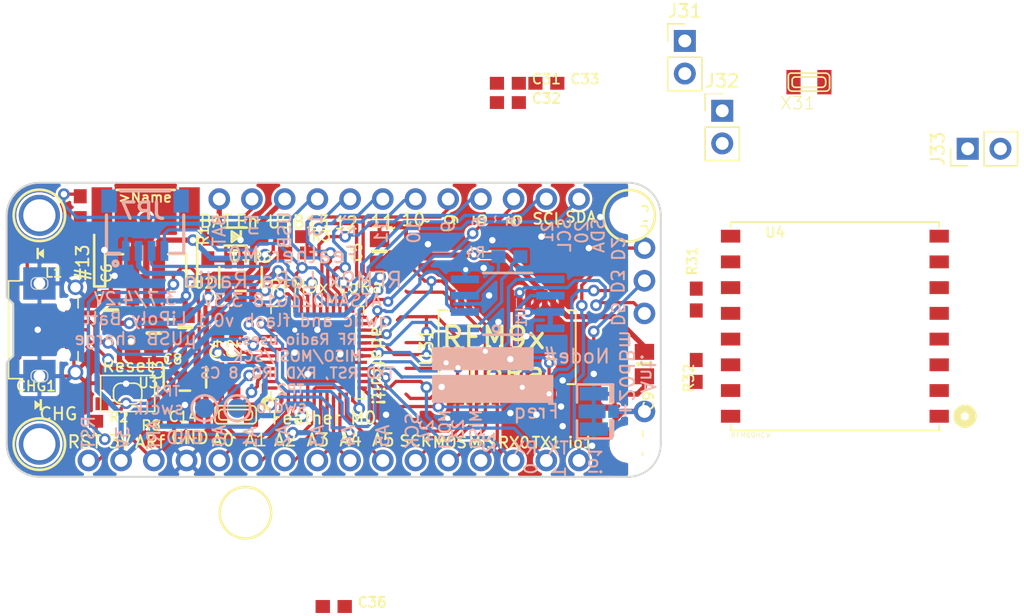
<source format=kicad_pcb>
(kicad_pcb (version 20171130) (host pcbnew 5.0.2-bee76a0~70~ubuntu18.04.1)
  (layers (0 Top signal) (31 Bottom signal hide) (34 B.Paste user hide) (35 F.Paste user hide) (36 B.SilkS user hide) (37 F.SilkS user hide) (38 B.Mask user hide) (39 F.Mask user hide) (44 Edge.Cuts user))
  (net 0 "")
  (net 1 GND)
  (net 2 +3V3)
  (net 3 VBUS)
  (net 4 VBAT)
  (net 5 /AREF)
  (net 6 /D13)
  (net 7 /~RESET)
  (net 8 "Net-(X3-PadID)")
  (net 9 /D+)
  (net 10 /D-)
  (net 11 "Net-(U2-Pad4)")
  (net 12 /EN)
  (net 13 /A0)
  (net 14 /A1)
  (net 15 /A2)
  (net 16 /A3)
  (net 17 /A4)
  (net 18 /A5)
  (net 19 /SCK)
  (net 20 /MOSI)
  (net 21 /MISO)
  (net 22 /D0)
  (net 23 /D1)
  (net 24 /DIO1)
  (net 25 /SDA)
  (net 26 /SCL)
  (net 27 /D5)
  (net 28 /D6)
  (net 29 /D9)
  (net 30 /D10)
  (net 31 /D11)
  (net 32 /D12)
  (net 33 "Net-(R8-Pad1)")
  (net 34 "Net-(R2-Pad2)")
  (net 35 "Net-(U$4-Pad48)")
  (net 36 /SWDIO)
  (net 37 /SWCLK)
  (net 38 "Net-(C1-Pad1)")
  (net 39 "Net-(U$4-Pad41)")
  (net 40 "Net-(U$4-Pad39)")
  (net 41 /D7)
  (net 42 /D8_CS)
  (net 43 "Net-(C4-Pad1)")
  (net 44 "Net-(C2-Pad1)")
  (net 45 "Net-(JP2-Pad1)")
  (net 46 /DIO5)
  (net 47 /DIO2)
  (net 48 "Net-(U4-Pad4P)")
  (net 49 /DIO3)
  (net 50 "Net-(L1-PadA)")
  (net 51 "Net-(CHG1-PadC)")
  (net 52 /FLASH_CS)
  (net 53 /D2_FLASHMISO)
  (net 54 /D3_FLASHSCK)
  (net 55 /D4_FLASHMOSI)
  (net 56 /TXD_RST)
  (net 57 /RXD_IRQ)
  (net 58 "Net-(U31-Pad21)")
  (net 59 "Net-(U31-Pad25)")
  (net 60 "Net-(U31-Pad20)")
  (net 61 "Net-(U31-Pad23)")
  (net 62 "Net-(U31-Pad22)")
  (net 63 "Net-(U31-Pad12)")
  (net 64 "Net-(U31-Pad11)")
  (net 65 "Net-(U31-Pad7)")
  (net 66 "Net-(U31-Pad6)")
  (net 67 "Net-(U31-Pad5)")
  (net 68 "Net-(U31-Pad2)")
  (net 69 "Net-(C35-Pad1)")
  (net 70 "Net-(C36-Pad1)")
  (net 71 "Net-(J32-Pad1)")
  (net 72 "Net-(J31-Pad1)")
  (net 73 "Net-(J31-Pad2)")
  (net 74 "Net-(J32-Pad2)")
  (net 75 "Net-(U4-Pad14P)")
  (module "Adafruit Feather M0 RFMxx:MOUNTINGHOLE_2.5_PLATED" (layer Top) (at 141.6431 119.2276 270)
    (fp_text reference U$31 hide)
    (fp_text value MOUNTINGHOLE2.5 hide)
    (pad "" np_thru_hole circle (at -5.334 -29.718 270) (size 2.5 2.5) (drill 2.5) (layers *.Cu *.Mask))
  )
  (module "Adafruit Feather M0 RFMxx:MOUNTINGHOLE_2.5_PLATED" (layer Top) (at 171.45 96.139 270)
    (fp_text reference U$31 hide)
    (fp_text value MOUNTINGHOLE2.5 hide)
    (pad "" np_thru_hole circle (at -0.0254 0.0889 270) (size 2.5 2.5) (drill 2.5) (layers *.Cu *.Mask))
  )
  (module "Adafruit Feather M0 RFMxx:0805-NO" (layer Top) (at 131.1891 103.4746 90)
    (fp_text reference C6 (at 2.032 0.127 90) (layer F.SilkS) (effects (font (size 0.77216 0.77216) (thickness 0.138988)) (justify left bottom)))
    (fp_text value 10µF)
    (pad 2 smd rect (at 0.95 0 90) (size 1.24 1.5) (layers Top F.Paste F.Mask) (net 1 GND))
    (pad 1 smd rect (at -0.95 0 90) (size 1.24 1.5) (layers Top F.Paste F.Mask) (net 3 VBUS))
  )
  (module "Adafruit Feather M0 RFMxx:0603-NO" (layer Top) (at 139.5011 104.5716 90)
    (fp_text reference C7 hide)
    (fp_text value 1uF)
    (pad 2 smd rect (at 0.85 0 90) (size 1.1 1) (layers Top F.Paste F.Mask) (net 1 GND))
    (pad 1 smd rect (at -0.85 0 90) (size 1.1 1) (layers Top F.Paste F.Mask) (net 2 +3V3))
  )
  (module "Adafruit Feather M0 RFMxx:0805-NO" (layer Top) (at 136.9591 104.8096 270)
    (fp_text reference C8 (at 2.032 0.127) (layer F.SilkS) (effects (font (size 0.77216 0.77216) (thickness 0.138988)) (justify right top)))
    (fp_text value 10µF)
    (pad 2 smd rect (at 0.95 0 270) (size 1.24 1.5) (layers Top F.Paste F.Mask) (net 1 GND))
    (pad 1 smd rect (at -0.95 0 270) (size 1.24 1.5) (layers Top F.Paste F.Mask) (net 2 +3V3))
  )
  (module "Adafruit Feather M0 RFMxx:CHIPLED_0805_NOOUTLINE" (layer Top) (at 125.7461 99.0746 90)
    (fp_text reference L1 (at -1.016 1.778) (layer F.SilkS) (effects (font (size 0.77216 0.77216) (thickness 0.138988)) (justify right top)))
    (fp_text value RED)
    (pad A smd rect (at 0 1.05 90) (size 1.2 1.2) (layers Top F.Paste F.Mask) (net 50 "Net-(L1-PadA)"))
    (pad C smd rect (at 0 -1.05 90) (size 1.2 1.2) (layers Top F.Paste F.Mask) (net 1 GND))
  )
  (module "Adafruit Feather M0 RFMxx:0603-NO" (layer Top) (at 133.8199 112.089007)
    (fp_text reference C14 (at 1.778 0.127) (layer F.SilkS) (effects (font (size 0.77216 0.77216) (thickness 0.138988)) (justify left bottom)))
    (fp_text value 1uF)
    (pad 2 smd rect (at 0.85 0) (size 1.1 1) (layers Top F.Paste F.Mask) (net 1 GND))
    (pad 1 smd rect (at -0.85 0) (size 1.1 1) (layers Top F.Paste F.Mask) (net 5 /AREF))
  )
  (module "Adafruit Feather M0 RFMxx:0603-NO" (layer Top) (at 128.8161 95.4786 270)
    (fp_text reference R7 hide)
    (fp_text value 2.2K)
    (pad 2 smd rect (at 0.85 0 270) (size 1.1 1) (layers Top F.Paste F.Mask) (net 50 "Net-(L1-PadA)"))
    (pad 1 smd rect (at -0.85 0 270) (size 1.1 1) (layers Top F.Paste F.Mask) (net 6 /D13))
  )
  (module "Adafruit Feather M0 RFMxx:FIDUCIAL_1MM" (layer Top) (at 133.8961 96.3676 270)
    (fp_text reference U$34 hide)
    (fp_text value FIDUCIAL"" hide)
    (pad 1 smd roundrect (at 0 0 270) (size 1 1) (layers Top F.Mask) (roundrect_rratio 0.5))
  )
  (module "Adafruit Feather M0 RFMxx:FIDUCIAL_1MM" (layer Top) (at 169.5033 115.6646 270)
    (fp_text reference U$35 hide)
    (fp_text value FIDUCIAL"" hide)
    (pad 1 smd roundrect (at 0 0 270) (size 1 1) (layers Top F.Mask) (roundrect_rratio 0.5))
  )
  (module "Adafruit Feather M0 RFMxx:KMR2" (layer Top) (at 132.4991 109.9566 180)
    (fp_text reference SW1 hide)
    (fp_text value SPST_TACT-KMR2 hide)
    (pad 3 smd rect (at -2 -0.8 180) (size 1 1) (layers Top F.Paste F.Mask) (net 7 /~RESET))
    (pad 4 smd rect (at -2 0.8 180) (size 1 1) (layers Top F.Paste F.Mask) (net 1 GND))
    (pad 2 smd rect (at 2 0.8 180) (size 1 1) (layers Top F.Paste F.Mask) (net 1 GND))
    (pad 1 smd rect (at 2 -0.8 180) (size 1 1) (layers Top F.Paste F.Mask) (net 7 /~RESET))
  )
  (module "Adafruit Feather M0 RFMxx:MOUNTINGHOLE_2.5_PLATED" (layer Top) (at 125.6411 96.1136 270)
    (fp_text reference U$31 hide)
    (fp_text value MOUNTINGHOLE2.5 hide)
    (pad P$1 thru_hole circle (at 0 0 270) (size 3.2 3.2) (drill 2.5) (layers *.Cu *.Mask))
  )
  (module "Adafruit Feather M0 RFMxx:MOUNTINGHOLE_2.5_PLATED" (layer Top) (at 125.6411 113.8936 270)
    (fp_text reference U$32 hide)
    (fp_text value MOUNTINGHOLE2.5 hide)
    (pad P$1 thru_hole circle (at 0 0 270) (size 3.2 3.2) (drill 2.5) (layers *.Cu *.Mask))
  )
  (module "Adafruit Feather M0 RFMxx:4UCONN_20329_V2" (layer Top) (at 127.5461 105.0036 270)
    (fp_text reference X3 hide)
    (fp_text value microUSB)
    (fp_line (start 3.15 2.2) (end 3.15 1.6) (layer Edge.Cuts) (width 0.1))
    (fp_arc (start 3.55 1.65) (end 3.15 1.6) (angle 90) (layer Edge.Cuts) (width 0.1))
    (fp_arc (start 3.65 1.65) (end 3.6 1.25) (angle 90) (layer Edge.Cuts) (width 0.1))
    (fp_line (start 4.05 1.6) (end 4.05 2.2) (layer Edge.Cuts) (width 0.1))
    (fp_arc (start 3.55 2.15) (end 3.6 2.55) (angle 90) (layer Edge.Cuts) (width 0.1))
    (fp_arc (start 3.65 2.15) (end 4.05 2.2) (angle 90) (layer Edge.Cuts) (width 0.1))
    (fp_line (start -4.05 2.15) (end -4.05 1.6) (layer Edge.Cuts) (width 0.1))
    (fp_arc (start -3.675 2.175) (end -3.7 2.55) (angle 90) (layer Edge.Cuts) (width 0.1))
    (fp_line (start -3.5 2.55) (end -3.7 2.55) (layer Edge.Cuts) (width 0.1))
    (fp_arc (start -3.525 2.175) (end -3.15 2.15) (angle 90) (layer Edge.Cuts) (width 0.1))
    (fp_line (start -3.15 1.6) (end -3.15 2.15) (layer Edge.Cuts) (width 0.1))
    (fp_arc (start -3.5 1.6) (end -3.5 1.25) (angle 90) (layer Edge.Cuts) (width 0.1))
    (fp_line (start -3.7 1.25) (end -3.5 1.25) (layer Edge.Cuts) (width 0.1))
    (fp_arc (start -3.7 1.6) (end -4.05 1.6) (angle 90) (layer Edge.Cuts) (width 0.1))
    (pad BASE@2 smd rect (at 0.75 2) (size 2 1) (layers Top F.Paste F.Mask) (net 1 GND))
    (pad BASE@1 smd rect (at -0.75 2) (size 2 1) (layers Top F.Paste F.Mask) (net 1 GND))
    (pad GND smd rect (at 1.3 -0.775 270) (size 0.4 1.35) (layers Top F.Paste F.Mask) (net 1 GND))
    (pad ID smd rect (at 0.65 -0.775 270) (size 0.4 1.35) (layers Top F.Paste F.Mask) (net 8 "Net-(X3-PadID)"))
    (pad D+ smd rect (at 0 -0.775 270) (size 0.4 1.35) (layers Top F.Paste F.Mask) (net 9 /D+))
    (pad D- smd rect (at -0.65 -0.775 270) (size 0.4 1.35) (layers Top F.Paste F.Mask) (net 10 /D-))
    (pad VBUS smd rect (at -1.3 -0.775 270) (size 0.4 1.35) (layers Top F.Paste F.Mask) (net 3 VBUS))
    (pad SPRT@2 thru_hole circle (at 3.3 -0.9 270) (size 1.2 1.2) (drill 0.8) (layers *.Cu *.Mask) (net 1 GND))
    (pad SPRT@1 thru_hole circle (at -3.3 -0.9 90) (size 1.2 1.2) (drill 0.8) (layers *.Cu *.Mask) (net 1 GND))
    (pad SPRT@3 thru_hole rect (at -3.6 1.9) (size 2.5 2.5) (drill 0.9) (layers *.Cu *.Mask) (net 1 GND))
    (pad SPRT@4 thru_hole rect (at 3.6 1.9) (size 2.5 2.5) (drill 0.9) (layers *.Cu *.Mask) (net 1 GND))
    (pad "" np_thru_hole circle (at 1.95 0 270) (size 0.7 0.7) (drill 0.7) (layers *.Cu *.Mask))
    (pad "" np_thru_hole circle (at -1.95 0 270) (size 0.7 0.7) (drill 0.7) (layers *.Cu *.Mask))
  )
  (module "Adafruit Feather M0 RFMxx:SOT23-5" (layer Top) (at 141.2621 100.9396 180)
    (fp_text reference U2 (at 1.978 0) (layer F.SilkS) (effects (font (size 0.77216 0.77216) (thickness 0.138988)) (justify right top)))
    (fp_text value AP2112K-3.3)
    (pad 5 smd rect (at -0.95 -1.3001 180) (size 0.55 1.2) (layers Top F.Paste F.Mask) (net 2 +3V3))
    (pad 4 smd rect (at 0.95 -1.3001 180) (size 0.55 1.2) (layers Top F.Paste F.Mask) (net 11 "Net-(U2-Pad4)"))
    (pad 3 smd rect (at 0.95 1.3001 180) (size 0.55 1.2) (layers Top F.Paste F.Mask) (net 12 /EN))
    (pad 2 smd rect (at 0 1.3001 180) (size 0.55 1.2) (layers Top F.Paste F.Mask) (net 1 GND))
    (pad 1 smd rect (at -0.95 1.3001 180) (size 0.55 1.2) (layers Top F.Paste F.Mask) (net 3 VBUS))
  )
  (module "Adafruit Feather M0 RFMxx:SOD-123" (layer Top) (at 140.8811 97.7646 180)
    (fp_text reference D1 (at -1.27 -1.016) (layer F.SilkS) (effects (font (size 0.77216 0.77216) (thickness 0.138988)) (justify right top)))
    (fp_text value MBR120)
    (pad A smd rect (at 1.85 0 270) (size 1.4 1.4) (layers Top F.Paste F.Mask) (net 4 VBAT))
    (pad C smd rect (at -1.85 0 270) (size 1.4 1.4) (layers Top F.Paste F.Mask) (net 3 VBUS))
  )
  (module "Adafruit Feather M0 RFMxx:1X16_ROUND" (layer Top) (at 148.5011 115.1636 180)
    (fp_text reference JP1 hide)
    (fp_text value HEADER-1X16ROUND)
    (pad 16 thru_hole circle (at 19.05 0 270) (size 1.6764 1.6764) (drill 1) (layers *.Cu *.Mask) (net 7 /~RESET))
    (pad 15 thru_hole circle (at 16.51 0 270) (size 1.6764 1.6764) (drill 1) (layers *.Cu *.Mask) (net 2 +3V3))
    (pad 14 thru_hole circle (at 13.97 0 270) (size 1.6764 1.6764) (drill 1) (layers *.Cu *.Mask) (net 5 /AREF))
    (pad 13 thru_hole circle (at 11.43 0 270) (size 1.6764 1.6764) (drill 1) (layers *.Cu *.Mask) (net 1 GND))
    (pad 12 thru_hole circle (at 8.89 0 270) (size 1.6764 1.6764) (drill 1) (layers *.Cu *.Mask) (net 13 /A0))
    (pad 11 thru_hole circle (at 6.35 0 270) (size 1.6764 1.6764) (drill 1) (layers *.Cu *.Mask) (net 14 /A1))
    (pad 10 thru_hole circle (at 3.81 0 270) (size 1.6764 1.6764) (drill 1) (layers *.Cu *.Mask) (net 15 /A2))
    (pad 9 thru_hole circle (at 1.27 0 270) (size 1.6764 1.6764) (drill 1) (layers *.Cu *.Mask) (net 16 /A3))
    (pad 8 thru_hole circle (at -1.27 0 270) (size 1.6764 1.6764) (drill 1) (layers *.Cu *.Mask) (net 17 /A4))
    (pad 7 thru_hole circle (at -3.81 0 270) (size 1.6764 1.6764) (drill 1) (layers *.Cu *.Mask) (net 18 /A5))
    (pad 6 thru_hole circle (at -6.35 0 270) (size 1.6764 1.6764) (drill 1) (layers *.Cu *.Mask) (net 19 /SCK))
    (pad 5 thru_hole circle (at -8.89 0 270) (size 1.6764 1.6764) (drill 1) (layers *.Cu *.Mask) (net 20 /MOSI))
    (pad 4 thru_hole circle (at -11.43 0 270) (size 1.6764 1.6764) (drill 1) (layers *.Cu *.Mask) (net 21 /MISO))
    (pad 3 thru_hole circle (at -13.97 0 270) (size 1.6764 1.6764) (drill 1) (layers *.Cu *.Mask) (net 22 /D0))
    (pad 2 thru_hole circle (at -16.51 0 270) (size 1.6764 1.6764) (drill 1) (layers *.Cu *.Mask) (net 23 /D1))
    (pad 1 thru_hole circle (at -19.05 0 270) (size 1.6764 1.6764) (drill 1) (layers *.Cu *.Mask) (net 24 /DIO1))
  )
  (module "Adafruit Feather M0 RFMxx:JSTPH2" (layer Top) (at 133.8961 97.1296)
    (fp_text reference X1 hide)
    (fp_text value JSTPH hide)
    (fp_text user >Name (at -2.2225 -1.9685) (layer F.SilkS) (effects (font (size 0.77216 0.77216) (thickness 0.146304)) (justify left bottom)))
    (pad NC2 smd rect (at 3.4 -1.5 90) (size 3.4 1.6) (layers Top F.Paste F.Mask))
    (pad NC1 smd rect (at -3.4 -1.5 90) (size 3.4 1.6) (layers Top F.Paste F.Mask))
    (pad 2 smd rect (at 1 3.7) (size 1 4.6) (layers Top F.Paste F.Mask) (net 4 VBAT))
    (pad 1 smd rect (at -1 3.7) (size 1 4.6) (layers Top F.Paste F.Mask) (net 1 GND))
  )
  (module "Adafruit Feather M0 RFMxx:1X12_ROUND" (layer Top) (at 153.5811 94.8436)
    (fp_text reference JP3 hide)
    (fp_text value HEADER-1X12)
    (pad 12 thru_hole circle (at 13.97 0 90) (size 1.6764 1.6764) (drill 1) (layers *.Cu *.Mask) (net 25 /SDA))
    (pad 11 thru_hole circle (at 11.43 0 90) (size 1.6764 1.6764) (drill 1) (layers *.Cu *.Mask) (net 26 /SCL))
    (pad 10 thru_hole circle (at 8.89 0 90) (size 1.6764 1.6764) (drill 1) (layers *.Cu *.Mask) (net 27 /D5))
    (pad 9 thru_hole circle (at 6.35 0 90) (size 1.6764 1.6764) (drill 1) (layers *.Cu *.Mask) (net 28 /D6))
    (pad 8 thru_hole circle (at 3.81 0 90) (size 1.6764 1.6764) (drill 1) (layers *.Cu *.Mask) (net 29 /D9))
    (pad 7 thru_hole circle (at 1.27 0 90) (size 1.6764 1.6764) (drill 1) (layers *.Cu *.Mask) (net 30 /D10))
    (pad 6 thru_hole circle (at -1.27 0 90) (size 1.6764 1.6764) (drill 1) (layers *.Cu *.Mask) (net 31 /D11))
    (pad 5 thru_hole circle (at -3.81 0 90) (size 1.6764 1.6764) (drill 1) (layers *.Cu *.Mask) (net 32 /D12))
    (pad 4 thru_hole circle (at -6.35 0 90) (size 1.6764 1.6764) (drill 1) (layers *.Cu *.Mask) (net 6 /D13))
    (pad 3 thru_hole circle (at -8.89 0 90) (size 1.6764 1.6764) (drill 1) (layers *.Cu *.Mask) (net 3 VBUS))
    (pad 2 thru_hole circle (at -11.43 0 90) (size 1.6764 1.6764) (drill 1) (layers *.Cu *.Mask) (net 12 /EN))
    (pad 1 thru_hole circle (at -13.97 0 90) (size 1.6764 1.6764) (drill 1) (layers *.Cu *.Mask) (net 4 VBAT))
  )
  (module "Adafruit Feather M0 RFMxx:SOT23-5" (layer Top) (at 136.9441 108.6866 180)
    (fp_text reference U3 (at 1.978 0) (layer F.SilkS) (effects (font (size 0.77216 0.77216) (thickness 0.138988)) (justify right top)))
    (fp_text value MCP73831T-2ACI/OT)
    (pad 5 smd rect (at -0.95 -1.3001 180) (size 0.55 1.2) (layers Top F.Paste F.Mask) (net 33 "Net-(R8-Pad1)"))
    (pad 4 smd rect (at 0.95 -1.3001 180) (size 0.55 1.2) (layers Top F.Paste F.Mask) (net 3 VBUS))
    (pad 3 smd rect (at 0.95 1.3001 180) (size 0.55 1.2) (layers Top F.Paste F.Mask) (net 4 VBAT))
    (pad 2 smd rect (at 0 1.3001 180) (size 0.55 1.2) (layers Top F.Paste F.Mask) (net 1 GND))
    (pad 1 smd rect (at -0.95 1.3001 180) (size 0.55 1.2) (layers Top F.Paste F.Mask) (net 34 "Net-(R2-Pad2)"))
  )
  (module "Adafruit Feather M0 RFMxx:CHIPLED_0805_NOOUTLINE" (layer Top) (at 125.5141 110.8456 270)
    (fp_text reference CHG1 (at -1.016 1.778) (layer F.SilkS) (effects (font (size 0.77216 0.77216) (thickness 0.138988)) (justify left bottom)))
    (fp_text value ORANGE)
    (pad A smd rect (at 0 1.05 270) (size 1.2 1.2) (layers Top F.Paste F.Mask) (net 3 VBUS))
    (pad C smd rect (at 0 -1.05 270) (size 1.2 1.2) (layers Top F.Paste F.Mask) (net 51 "Net-(CHG1-PadC)"))
  )
  (module "Adafruit Feather M0 RFMxx:0603-NO" (layer Top) (at 129.1971 112.1156)
    (fp_text reference R2 (at 1.778 0.127) (layer F.SilkS) (effects (font (size 0.77216 0.77216) (thickness 0.138988)) (justify left bottom)))
    (fp_text value 1K)
    (pad 2 smd rect (at 0.85 0) (size 1.1 1) (layers Top F.Paste F.Mask) (net 34 "Net-(R2-Pad2)"))
    (pad 1 smd rect (at -0.85 0) (size 1.1 1) (layers Top F.Paste F.Mask) (net 51 "Net-(CHG1-PadC)"))
  )
  (module "Adafruit Feather M0 RFMxx:0805-NO" (layer Top) (at 134.5311 105.2576 270)
    (fp_text reference C3 (at 2.032 0.127 90) (layer F.SilkS) (effects (font (size 0.77216 0.77216) (thickness 0.138988)) (justify right top)))
    (fp_text value 10µF)
    (pad 2 smd rect (at 0.95 0 270) (size 1.24 1.5) (layers Top F.Paste F.Mask) (net 1 GND))
    (pad 1 smd rect (at -0.95 0 270) (size 1.24 1.5) (layers Top F.Paste F.Mask) (net 4 VBAT))
  )
  (module "Adafruit Feather M0 RFMxx:0603-NO" (layer Top) (at 136.9441 112.1156 180)
    (fp_text reference R8 (at 1.778 0.127) (layer F.SilkS) (effects (font (size 0.77216 0.77216) (thickness 0.138988)) (justify right top)))
    (fp_text value 10K\)
    (pad 2 smd rect (at 0.85 0 180) (size 1.1 1) (layers Top F.Paste F.Mask) (net 1 GND))
    (pad 1 smd rect (at -0.85 0 180) (size 1.1 1) (layers Top F.Paste F.Mask) (net 33 "Net-(R8-Pad1)"))
  )
  (module "Adafruit Feather M0 RFMxx:0603-NO" (layer Top) (at 145.1991 97.7646)
    (fp_text reference R3 (at 1.4859 0.4064) (layer F.SilkS) (effects (font (size 0.77216 0.77216) (thickness 0.138988)) (justify left bottom)))
    (fp_text value 100k)
    (pad 2 smd rect (at 0.85 0) (size 1.1 1) (layers Top F.Paste F.Mask) (net 29 /D9))
    (pad 1 smd rect (at -0.85 0) (size 1.1 1) (layers Top F.Paste F.Mask) (net 4 VBAT))
  )
  (module "Adafruit Feather M0 RFMxx:0603-NO" (layer Top) (at 145.5801 99.0346 180)
    (fp_text reference R6 (at 1.778 0.127) (layer F.SilkS) (effects (font (size 0.77216 0.77216) (thickness 0.138988)) (justify right top)))
    (fp_text value 100K)
    (pad 2 smd rect (at 0.85 0 180) (size 1.1 1) (layers Top F.Paste F.Mask) (net 1 GND))
    (pad 1 smd rect (at -0.85 0 180) (size 1.1 1) (layers Top F.Paste F.Mask) (net 29 /D9))
  )
  (module "Adafruit Feather M0 RFMxx:TQFN48_7MM" (layer Top) (at 147.2311 106.7816)
    (fp_text reference U$4 hide)
    (fp_text value ATSAMD21G18_QFN)
    (pad 48 smd rect (at -3.475 2.75) (size 0.75 0.25) (layers Top F.Paste F.Mask) (net 35 "Net-(U$4-Pad48)"))
    (pad 36 smd rect (at -2.75 -3.475 270) (size 0.75 0.25) (layers Top F.Paste F.Mask) (net 2 +3V3))
    (pad 24 smd rect (at 3.475 -2.75 180) (size 0.75 0.25) (layers Top F.Paste F.Mask) (net 27 /D5))
    (pad 12 smd rect (at 2.75 3.475 90) (size 0.75 0.25) (layers Top F.Paste F.Mask) (net 29 /D9))
    (pad THERMAL smd rect (at 0 0) (size 4.7 4.7) (layers Top F.Mask) (net 1 GND))
    (pad 47 smd rect (at -3.475 2.25) (size 0.75 0.25) (layers Top F.Paste F.Mask) (net 18 /A5))
    (pad 46 smd rect (at -3.475 1.75) (size 0.75 0.25) (layers Top F.Paste F.Mask) (net 36 /SWDIO))
    (pad 45 smd rect (at -3.475 1.25) (size 0.75 0.25) (layers Top F.Paste F.Mask) (net 37 /SWCLK))
    (pad 44 smd rect (at -3.475 0.75) (size 0.75 0.25) (layers Top F.Paste F.Mask) (net 2 +3V3))
    (pad 43 smd rect (at -3.475 0.25) (size 0.75 0.25) (layers Top F.Paste F.Mask) (net 38 "Net-(C1-Pad1)"))
    (pad 42 smd rect (at -3.475 -0.25) (size 0.75 0.25) (layers Top F.Paste F.Mask) (net 1 GND))
    (pad 41 smd rect (at -3.475 -0.75) (size 0.75 0.25) (layers Top F.Paste F.Mask) (net 39 "Net-(U$4-Pad41)"))
    (pad 40 smd rect (at -3.475 -1.25) (size 0.75 0.25) (layers Top F.Paste F.Mask) (net 7 /~RESET))
    (pad 39 smd rect (at -3.475 -1.75) (size 0.75 0.25) (layers Top F.Paste F.Mask) (net 40 "Net-(U$4-Pad39)"))
    (pad 38 smd rect (at -3.475 -2.25) (size 0.75 0.25) (layers Top F.Paste F.Mask) (net 56 /TXD_RST))
    (pad 37 smd rect (at -3.475 -2.75) (size 0.75 0.25) (layers Top F.Paste F.Mask) (net 57 /RXD_IRQ))
    (pad 35 smd rect (at -2.25 -3.475 270) (size 0.75 0.25) (layers Top F.Paste F.Mask) (net 1 GND))
    (pad 34 smd rect (at -1.75 -3.475 270) (size 0.75 0.25) (layers Top F.Paste F.Mask) (net 9 /D+))
    (pad 33 smd rect (at -1.25 -3.475 270) (size 0.75 0.25) (layers Top F.Paste F.Mask) (net 10 /D-))
    (pad 32 smd rect (at -0.75 -3.475 270) (size 0.75 0.25) (layers Top F.Paste F.Mask) (net 26 /SCL))
    (pad 31 smd rect (at -0.25 -3.475 270) (size 0.75 0.25) (layers Top F.Paste F.Mask) (net 25 /SDA))
    (pad 30 smd rect (at 0.25 -3.475 270) (size 0.75 0.25) (layers Top F.Paste F.Mask) (net 41 /D7))
    (pad 29 smd rect (at 0.75 -3.475 270) (size 0.75 0.25) (layers Top F.Paste F.Mask) (net 28 /D6))
    (pad 28 smd rect (at 1.25 -3.475 270) (size 0.75 0.25) (layers Top F.Paste F.Mask) (net 32 /D12))
    (pad 27 smd rect (at 1.75 -3.475 270) (size 0.75 0.25) (layers Top F.Paste F.Mask) (net 30 /D10))
    (pad 26 smd rect (at 2.25 -3.475 270) (size 0.75 0.25) (layers Top F.Paste F.Mask) (net 6 /D13))
    (pad 25 smd rect (at 2.75 -3.475 270) (size 0.75 0.25) (layers Top F.Paste F.Mask) (net 31 /D11))
    (pad 23 smd rect (at 3.475 -2.25 180) (size 0.75 0.25) (layers Top F.Paste F.Mask) (net 53 /D2_FLASHMISO))
    (pad 22 smd rect (at 3.475 -1.75 180) (size 0.75 0.25) (layers Top F.Paste F.Mask) (net 52 /FLASH_CS))
    (pad 21 smd rect (at 3.475 -1.25 180) (size 0.75 0.25) (layers Top F.Paste F.Mask) (net 21 /MISO))
    (pad 20 smd rect (at 3.475 -0.75 180) (size 0.75 0.25) (layers Top F.Paste F.Mask) (net 19 /SCK))
    (pad 19 smd rect (at 3.475 -0.25 180) (size 0.75 0.25) (layers Top F.Paste F.Mask) (net 20 /MOSI))
    (pad 18 smd rect (at 3.475 0.25 180) (size 0.75 0.25) (layers Top F.Paste F.Mask) (net 1 GND))
    (pad 17 smd rect (at 3.475 0.75 180) (size 0.75 0.25) (layers Top F.Paste F.Mask) (net 2 +3V3))
    (pad 16 smd rect (at 3.475 1.25 180) (size 0.75 0.25) (layers Top F.Paste F.Mask) (net 22 /D0))
    (pad 15 smd rect (at 3.475 1.75 180) (size 0.75 0.25) (layers Top F.Paste F.Mask) (net 23 /D1))
    (pad 14 smd rect (at 3.475 2.25 180) (size 0.75 0.25) (layers Top F.Paste F.Mask) (net 54 /D3_FLASHSCK))
    (pad 13 smd rect (at 3.475 2.75 180) (size 0.75 0.25) (layers Top F.Paste F.Mask) (net 55 /D4_FLASHMOSI))
    (pad 11 smd rect (at 2.25 3.475 90) (size 0.75 0.25) (layers Top F.Paste F.Mask) (net 42 /D8_CS))
    (pad 10 smd rect (at 1.75 3.475 90) (size 0.75 0.25) (layers Top F.Paste F.Mask) (net 17 /A4))
    (pad 9 smd rect (at 1.25 3.475 90) (size 0.75 0.25) (layers Top F.Paste F.Mask) (net 16 /A3))
    (pad 8 smd rect (at 0.75 3.475 90) (size 0.75 0.25) (layers Top F.Paste F.Mask) (net 15 /A2))
    (pad 7 smd rect (at 0.25 3.475 90) (size 0.75 0.25) (layers Top F.Paste F.Mask) (net 14 /A1))
    (pad 6 smd rect (at -0.25 3.475 90) (size 0.75 0.25) (layers Top F.Paste F.Mask) (net 2 +3V3))
    (pad 5 smd rect (at -0.75 3.475 90) (size 0.75 0.25) (layers Top F.Paste F.Mask) (net 1 GND))
    (pad 4 smd rect (at -1.25 3.475 90) (size 0.75 0.25) (layers Top F.Paste F.Mask) (net 5 /AREF))
    (pad 3 smd rect (at -1.75 3.475 90) (size 0.75 0.25) (layers Top F.Paste F.Mask) (net 13 /A0))
    (pad 2 smd rect (at -2.25 3.475 90) (size 0.75 0.25) (layers Top F.Paste F.Mask) (net 43 "Net-(C4-Pad1)"))
    (pad 1 smd rect (at -2.75 3.475 90) (size 0.75 0.25) (layers Top F.Paste F.Mask) (net 44 "Net-(C2-Pad1)"))
  )
  (module "Adafruit Feather M0 RFMxx:0603-NO" (layer Top) (at 140.8811 104.6226 90)
    (fp_text reference C1 hide)
    (fp_text value 1uF)
    (pad 2 smd rect (at 0.85 0 90) (size 1.1 1) (layers Top F.Paste F.Mask) (net 1 GND))
    (pad 1 smd rect (at -0.85 0 90) (size 1.1 1) (layers Top F.Paste F.Mask) (net 38 "Net-(C1-Pad1)"))
  )
  (module "Adafruit Feather M0 RFMxx:0603-NO" (layer Top) (at 140.7541 108.9406 90)
    (fp_text reference C2 (at 1.6256 0.3429 90) (layer F.SilkS) (effects (font (size 0.77216 0.77216) (thickness 0.138988)) (justify left bottom)))
    (fp_text value 22pF)
    (pad 2 smd rect (at 0.85 0 90) (size 1.1 1) (layers Top F.Paste F.Mask) (net 1 GND))
    (pad 1 smd rect (at -0.85 0 90) (size 1.1 1) (layers Top F.Paste F.Mask) (net 44 "Net-(C2-Pad1)"))
  )
  (module "Adafruit Feather M0 RFMxx:0603-NO" (layer Top) (at 139.4841 108.9406 90)
    (fp_text reference C4 (at 1.6256 0.3429 90) (layer F.SilkS) (effects (font (size 0.77216 0.77216) (thickness 0.138988)) (justify left bottom)))
    (fp_text value 22pF)
    (pad 2 smd rect (at 0.85 0 90) (size 1.1 1) (layers Top F.Paste F.Mask) (net 1 GND))
    (pad 1 smd rect (at -0.85 0 90) (size 1.1 1) (layers Top F.Paste F.Mask) (net 43 "Net-(C4-Pad1)"))
  )
  (module "Adafruit Feather M0 RFMxx:XTAL3215" (layer Top) (at 140.8811 111.6076)
    (fp_text reference X2 hide)
    (fp_text value 32.768)
    (pad P$2 smd rect (at -1.2 0 180) (size 1.1 1.9) (layers Top F.Paste F.Mask) (net 43 "Net-(C4-Pad1)"))
    (pad P$1 smd rect (at 1.2 0) (size 1.1 1.9) (layers Top F.Paste F.Mask) (net 44 "Net-(C2-Pad1)"))
  )
  (module "Adafruit Feather M0 RFMxx:0805-NO" (layer Top) (at 152.0571 98.9076 90)
    (fp_text reference C5 (at -0.9144 -1.3081 90) (layer F.SilkS) (effects (font (size 0.77216 0.77216) (thickness 0.138988)) (justify left bottom)))
    (fp_text value 10uF)
    (pad 2 smd rect (at 0.95 0 90) (size 1.24 1.5) (layers Top F.Paste F.Mask) (net 1 GND))
    (pad 1 smd rect (at -0.95 0 90) (size 1.24 1.5) (layers Top F.Paste F.Mask) (net 2 +3V3))
  )
  (module "Adafruit Feather M0 RFMxx:TESTPOINT_ROUND_1.5MM" (layer Bottom) (at 138.4681 111.0996 180)
    (fp_text reference TP1 (at 1.8161 0.8636) (layer B.SilkS) (effects (font (size 0.77216 0.77216) (thickness 0.138988)) (justify left bottom mirror)))
    (fp_text value TESTPOINTROUND1.5MM)
    (pad P$1 smd roundrect (at 0 0 180) (size 1.5 1.5) (layers Bottom B.Mask) (roundrect_rratio 0.5) (net 37 /SWCLK))
  )
  (module "Adafruit Feather M0 RFMxx:TESTPOINT_ROUND_1.5MM" (layer Bottom) (at 141.0081 111.0996 180)
    (fp_text reference TP2 (at -5.2959 0.9906) (layer B.SilkS) (effects (font (size 0.77216 0.77216) (thickness 0.138988)) (justify left bottom mirror)))
    (fp_text value TESTPOINTROUND1.5MM)
    (pad P$1 smd roundrect (at 0 0 180) (size 1.5 1.5) (layers Bottom B.Mask) (roundrect_rratio 0.5) (net 36 /SWDIO))
  )
  (module "Adafruit Feather M0 RFMxx:0603-NO" (layer Top) (at 138.7221 100.3046 90)
    (fp_text reference R1 (at 1.778 0.127 90) (layer F.SilkS) (effects (font (size 0.77216 0.77216) (thickness 0.138988)) (justify left bottom)))
    (fp_text value 100k)
    (pad 2 smd rect (at 0.85 0 90) (size 1.1 1) (layers Top F.Paste F.Mask) (net 12 /EN))
    (pad 1 smd rect (at -0.85 0 90) (size 1.1 1) (layers Top F.Paste F.Mask) (net 3 VBUS))
  )
  (module "Adafruit Feather M0 RFMxx:0805-NO" (layer Top) (at 172.6311 107.6706 270)
    (fp_text reference C9 (at 2.032 0.127 90) (layer F.SilkS) (effects (font (size 0.77216 0.77216) (thickness 0.138988)) (justify right top)))
    (fp_text value 10uF)
    (pad 2 smd rect (at 0.95 0 270) (size 1.24 1.5) (layers Top F.Paste F.Mask) (net 1 GND))
    (pad 1 smd rect (at -0.95 0 270) (size 1.24 1.5) (layers Top F.Paste F.Mask) (net 2 +3V3))
  )
  (module "Adafruit Feather M0 RFMxx:1X01_ROUND" (layer Top) (at 172.6311 111.3536)
    (fp_text reference JP2 (at -0.0381 3.5814 90) (layer F.SilkS) (effects (font (size 0.77216 0.77216) (thickness 0.138988)) (justify left bottom)))
    (fp_text value HEADER-1X1ROUND)
    (pad 1 thru_hole circle (at 0 0 90) (size 1.6764 1.6764) (drill 1) (layers *.Cu *.Mask) (net 45 "Net-(JP2-Pad1)"))
  )
  (module "Adafruit Feather M0 RFMxx:RFMHCW_SMT" (layer Top) (at 187.424 104.728)
    (fp_text reference U4 (at -5.4991 -6.8326) (layer F.SilkS) (effects (font (size 0.77216 0.77216) (thickness 0.138988)) (justify left bottom)))
    (fp_text value RFM69HCW (at -8.1 8.7) (layer F.SilkS) (effects (font (size 0.38608 0.38608) (thickness 0.038608)) (justify left bottom)))
    (pad 16P smd rect (at -8.1 7) (size 1.5 1) (layers Top F.Paste F.Mask) (net 1 GND))
    (pad 15P smd rect (at -8.1 5) (size 1.5 1) (layers Top F.Paste F.Mask) (net 46 /DIO5))
    (pad 14P smd rect (at -8.1 3) (size 1.5 1) (layers Top F.Paste F.Mask) (net 75 "Net-(U4-Pad14P)"))
    (pad 13P smd rect (at -8.1 1) (size 1.5 1) (layers Top F.Paste F.Mask) (net 42 /D8_CS))
    (pad 12P smd rect (at -8.1 -1) (size 1.5 1) (layers Top F.Paste F.Mask) (net 19 /SCK))
    (pad 11P smd rect (at -8.1 -3) (size 1.5 1) (layers Top F.Paste F.Mask) (net 20 /MOSI))
    (pad 10P smd rect (at -8.1 -5) (size 1.5 1) (layers Top F.Paste F.Mask) (net 21 /MISO))
    (pad 9P smd rect (at -8.1 -7) (size 1.5 1) (layers Top F.Paste F.Mask) (net 1 GND))
    (pad 8P smd rect (at 8.1 -7 180) (size 1.5 1) (layers Top F.Paste F.Mask) (net 47 /DIO2))
    (pad 7P smd rect (at 8.1 -5 180) (size 1.5 1) (layers Top F.Paste F.Mask) (net 24 /DIO1))
    (pad 6P smd rect (at 8.1 -3 180) (size 1.5 1) (layers Top F.Paste F.Mask) (net 57 /RXD_IRQ))
    (pad 5P smd rect (at 8.1 -1 180) (size 1.5 1) (layers Top F.Paste F.Mask) (net 2 +3V3))
    (pad 4P smd rect (at 8.1 1 180) (size 1.5 1) (layers Top F.Paste F.Mask) (net 48 "Net-(U4-Pad4P)"))
    (pad 3P smd rect (at 8.1 3 180) (size 1.5 1) (layers Top F.Paste F.Mask) (net 49 /DIO3))
    (pad 2P smd rect (at 8.1 5 180) (size 1.5 1) (layers Top F.Paste F.Mask) (net 1 GND))
    (pad 1P smd rect (at 8.1 7 180) (size 1.5 1) (layers Top F.Paste F.Mask) (net 45 "Net-(JP2-Pad1)"))
  )
  (module "Adafruit Feather M0 RFMxx:U.FL" (layer Bottom) (at 168.6941 111.3536)
    (fp_text reference X4 (at 3.6449 2.8194) (layer B.SilkS) (effects (font (size 0.9652 0.9652) (thickness 0.18288)) (justify left bottom mirror)))
    (fp_text value uFL)
    (pad 3 smd rect (at 1.525 0) (size 0.8 1) (layers Bottom B.Paste B.Mask) (net 45 "Net-(JP2-Pad1)"))
    (pad 2 smd rect (at 0 -1.375) (size 2.2 1.05) (layers Bottom B.Paste B.Mask) (net 1 GND))
    (pad 1 smd rect (at 0 1.375) (size 2.2 1.05) (layers Bottom B.Paste B.Mask) (net 1 GND))
  )
  (module "Adafruit Feather M0 RFMxx:1X03_ROUND" (layer Top) (at 172.6311 101.1936 90)
    (fp_text reference JP5 (at 3.7846 0.3429 90) (layer F.SilkS) (effects (font (size 0.77216 0.77216) (thickness 0.138988)) (justify left bottom)))
    (fp_text value HEADER-1X3ROUND)
    (pad 3 thru_hole circle (at 2.54 0 180) (size 1.6764 1.6764) (drill 1) (layers *.Cu *.Mask) (net 47 /DIO2))
    (pad 2 thru_hole circle (at 0 0 180) (size 1.6764 1.6764) (drill 1) (layers *.Cu *.Mask) (net 49 /DIO3))
    (pad 1 thru_hole circle (at -2.54 0 180) (size 1.6764 1.6764) (drill 1) (layers *.Cu *.Mask) (net 46 /DIO5))
  )
  (module "Adafruit Feather M0 RFMxx:0603-NO" (layer Bottom) (at 162.14 99.314 180)
    (fp_text reference R4 (at 1.778 -0.127 180) (layer B.SilkS) (effects (font (size 0.77216 0.77216) (thickness 0.138988)) (justify left bottom mirror)))
    (fp_text value 10K)
    (pad 1 smd rect (at -0.85 0 180) (size 1.1 1) (layers Bottom B.Paste B.Mask) (net 52 /FLASH_CS))
    (pad 2 smd rect (at 0.85 0 180) (size 1.1 1) (layers Bottom B.Paste B.Mask) (net 2 +3V3))
  )
  (module "Adafruit Feather M0 RFMxx:SOIC8_208MIL" (layer Bottom) (at 162.006178 102.987411 90)
    (fp_text reference U1 (at -1.905 0.635 270) (layer B.SilkS) (effects (font (size 0.77216 0.77216) (thickness 0.138988)) (justify right top mirror)))
    (fp_text value "2MB Flash")
    (pad 2 smd rect (at -0.635 -3.315 90) (size 0.6 2.2) (layers Bottom B.Paste B.Mask) (net 53 /D2_FLASHMISO))
    (pad 7 smd rect (at -0.635 3.315 90) (size 0.6 2.2) (layers Bottom B.Paste B.Mask) (net 2 +3V3))
    (pad 1 smd rect (at -1.905 -3.315 90) (size 0.6 2.2) (layers Bottom B.Paste B.Mask) (net 52 /FLASH_CS))
    (pad 3 smd rect (at 0.635 -3.315 90) (size 0.6 2.2) (layers Bottom B.Paste B.Mask) (net 2 +3V3))
    (pad 4 smd rect (at 1.905 -3.315 90) (size 0.6 2.2) (layers Bottom B.Paste B.Mask) (net 1 GND))
    (pad 8 smd rect (at -1.905 3.315 90) (size 0.6 2.2) (layers Bottom B.Paste B.Mask) (net 2 +3V3))
    (pad 6 smd rect (at 0.635 3.315 90) (size 0.6 2.2) (layers Bottom B.Paste B.Mask) (net 54 /D3_FLASHSCK))
    (pad 5 smd rect (at 1.905 3.315 90) (size 0.6 2.2) (layers Bottom B.Paste B.Mask) (net 55 /D4_FLASHMOSI))
  )
  (module "Adafruit Feather M0 RFMxx:0603-NO" (layer Top) (at 162.026401 85.844401)
    (fp_text reference C31 (at 1.778 0.127) (layer F.SilkS) (effects (font (size 0.77216 0.77216) (thickness 0.138988)) (justify left bottom)))
    (fp_text value 0.1uF)
    (pad 2 smd rect (at 0.85 0) (size 1.1 1) (layers Top F.Paste F.Mask) (net 1 GND))
    (pad 1 smd rect (at -0.85 0) (size 1.1 1) (layers Top F.Paste F.Mask) (net 2 +3V3))
  )
  (module "Adafruit Feather M0 RFMxx:0603-NO" (layer Top) (at 162.026401 87.344401)
    (fp_text reference C32 (at 1.778 0.127) (layer F.SilkS) (effects (font (size 0.77216 0.77216) (thickness 0.138988)) (justify left bottom)))
    (fp_text value 0.1uF)
    (pad 1 smd rect (at -0.85 0) (size 1.1 1) (layers Top F.Paste F.Mask) (net 2 +3V3))
    (pad 2 smd rect (at 0.85 0) (size 1.1 1) (layers Top F.Paste F.Mask) (net 1 GND))
  )
  (module "Adafruit Feather M0 RFMxx:0603-NO" (layer Top) (at 165.016401 85.844401)
    (fp_text reference C33 (at 1.778 0.127) (layer F.SilkS) (effects (font (size 0.77216 0.77216) (thickness 0.138988)) (justify left bottom)))
    (fp_text value 0.1uF)
    (pad 1 smd rect (at -0.85 0) (size 1.1 1) (layers Top F.Paste F.Mask) (net 1 GND))
    (pad 2 smd rect (at 0.85 0) (size 1.1 1) (layers Top F.Paste F.Mask) (net 3 VBUS))
  )
  (module "Adafruit Feather M0 RFMxx:0603-NO" (layer Top) (at 176.657 102.655 90)
    (fp_text reference R31 (at 1.778 0.127 90) (layer F.SilkS) (effects (font (size 0.77216 0.77216) (thickness 0.138988)) (justify left bottom)))
    (fp_text value 60)
    (pad 2 smd rect (at 0.85 0 90) (size 1.1 1) (layers Top F.Paste F.Mask) (net 71 "Net-(J32-Pad1)"))
    (pad 1 smd rect (at -0.85 0 90) (size 1.1 1) (layers Top F.Paste F.Mask) (net 72 "Net-(J31-Pad1)"))
  )
  (module "Adafruit Feather M0 RFMxx:0603-NO" (layer Top) (at 176.657 108.204 270)
    (fp_text reference R32 (at 1.778 0.127 270) (layer F.SilkS) (effects (font (size 0.77216 0.77216) (thickness 0.138988)) (justify left bottom)))
    (fp_text value 60)
    (pad 1 smd rect (at -0.85 0 270) (size 1.1 1) (layers Top F.Paste F.Mask) (net 73 "Net-(J31-Pad2)"))
    (pad 2 smd rect (at 0.85 0 270) (size 1.1 1) (layers Top F.Paste F.Mask) (net 74 "Net-(J32-Pad2)"))
  )
  (module Housings_SSOP:SSOP-28_5.3x10.2mm_Pitch0.65mm (layer Top) (at 161.969 106.355 90)
    (fp_text reference U31 (at 0 -6.25 90) (layer F.SilkS))
    (fp_text value MCP25625-x-SS)
    (pad 28 smd rect (at 3.6 -4.225 90) (size 1.75 0.45) (layers Top F.Paste F.Mask) (net 58 "Net-(U31-Pad21)"))
    (pad 27 smd rect (at 3.6 -3.575 90) (size 1.75 0.45) (layers Top F.Paste F.Mask) (net 3 VBUS))
    (pad 26 smd rect (at 3.6 -2.925 90) (size 1.75 0.45) (layers Top F.Paste F.Mask) (net 1 GND))
    (pad 25 smd rect (at 3.6 -2.275 90) (size 1.75 0.45) (layers Top F.Paste F.Mask) (net 59 "Net-(U31-Pad25)"))
    (pad 24 smd rect (at 3.6 -1.625 90) (size 1.75 0.45) (layers Top F.Paste F.Mask) (net 60 "Net-(U31-Pad20)"))
    (pad 23 smd rect (at 3.6 -0.975 90) (size 1.75 0.45) (layers Top F.Paste F.Mask) (net 61 "Net-(U31-Pad23)"))
    (pad 22 smd rect (at 3.6 -0.325 90) (size 1.75 0.45) (layers Top F.Paste F.Mask) (net 62 "Net-(U31-Pad22)"))
    (pad 21 smd rect (at 3.6 0.325 90) (size 1.75 0.45) (layers Top F.Paste F.Mask) (net 58 "Net-(U31-Pad21)"))
    (pad 20 smd rect (at 3.6 0.975 90) (size 1.75 0.45) (layers Top F.Paste F.Mask) (net 60 "Net-(U31-Pad20)"))
    (pad 19 smd rect (at 3.6 1.625 90) (size 1.75 0.45) (layers Top F.Paste F.Mask) (net 2 +3V3))
    (pad 18 smd rect (at 3.6 2.275 90) (size 1.75 0.45) (layers Top F.Paste F.Mask) (net 56 /TXD_RST))
    (pad 17 smd rect (at 3.6 2.925 90) (size 1.75 0.45) (layers Top F.Paste F.Mask) (net 42 /D8_CS))
    (pad 16 smd rect (at 3.6 3.575 90) (size 1.75 0.45) (layers Top F.Paste F.Mask) (net 21 /MISO))
    (pad 15 smd rect (at 3.6 4.225 90) (size 1.75 0.45) (layers Top F.Paste F.Mask) (net 20 /MOSI))
    (pad 14 smd rect (at -3.6 4.225 90) (size 1.75 0.45) (layers Top F.Paste F.Mask) (net 19 /SCK))
    (pad 13 smd rect (at -3.6 3.575 90) (size 1.75 0.45) (layers Top F.Paste F.Mask) (net 57 /RXD_IRQ))
    (pad 12 smd rect (at -3.6 2.925 90) (size 1.75 0.45) (layers Top F.Paste F.Mask) (net 63 "Net-(U31-Pad12)"))
    (pad 11 smd rect (at -3.6 2.275 90) (size 1.75 0.45) (layers Top F.Paste F.Mask) (net 64 "Net-(U31-Pad11)"))
    (pad 10 smd rect (at -3.6 1.625 90) (size 1.75 0.45) (layers Top F.Paste F.Mask) (net 1 GND))
    (pad 9 smd rect (at -3.6 0.975 90) (size 1.75 0.45) (layers Top F.Paste F.Mask) (net 70 "Net-(C36-Pad1)"))
    (pad 8 smd rect (at -3.6 0.325 90) (size 1.75 0.45) (layers Top F.Paste F.Mask) (net 69 "Net-(C35-Pad1)"))
    (pad 7 smd rect (at -3.6 -0.325 90) (size 1.75 0.45) (layers Top F.Paste F.Mask) (net 65 "Net-(U31-Pad7)"))
    (pad 6 smd rect (at -3.6 -0.975 90) (size 1.75 0.45) (layers Top F.Paste F.Mask) (net 66 "Net-(U31-Pad6)"))
    (pad 5 smd rect (at -3.6 -1.625 90) (size 1.75 0.45) (layers Top F.Paste F.Mask) (net 67 "Net-(U31-Pad5)"))
    (pad 4 smd rect (at -3.6 -2.275 90) (size 1.75 0.45) (layers Top F.Paste F.Mask) (net 71 "Net-(J32-Pad1)"))
    (pad 3 smd rect (at -3.6 -2.925 90) (size 1.75 0.45) (layers Top F.Paste F.Mask) (net 74 "Net-(J32-Pad2)"))
    (pad 2 smd rect (at -3.6 -3.575 90) (size 1.75 0.45) (layers Top F.Paste F.Mask) (net 68 "Net-(U31-Pad2)"))
    (pad 1 smd rect (at -3.6 -4.225 90) (size 1.75 0.45) (layers Top F.Paste F.Mask) (net 2 +3V3))
  )
  (module "Adafruit Feather M0 RFMxx:0603-NO" (layer Top) (at 148.5011 126.508601)
    (fp_text reference C35 (at 1.778 0.127) (layer F.SilkS) (effects (font (size 0.77216 0.77216) (thickness 0.138988)) (justify left bottom)))
    (fp_text value 22pF)
    (pad 1 smd rect (at -0.85 0) (size 1.1 1) (layers Top F.Paste F.Mask) (net 69 "Net-(C35-Pad1)"))
    (pad 2 smd rect (at 0.85 0) (size 1.1 1) (layers Top F.Paste F.Mask) (net 1 GND))
  )
  (module "Adafruit Feather M0 RFMxx:0603-NO" (layer Top) (at 148.5011 126.508601)
    (fp_text reference C36 (at 1.778 0.127) (layer F.SilkS) (effects (font (size 0.77216 0.77216) (thickness 0.138988)) (justify left bottom)))
    (fp_text value 22pF)
    (pad 2 smd rect (at 0.85 0) (size 1.1 1) (layers Top F.Paste F.Mask) (net 1 GND))
    (pad 1 smd rect (at -0.85 0) (size 1.1 1) (layers Top F.Paste F.Mask) (net 70 "Net-(C36-Pad1)"))
  )
  (module "Adafruit Feather M0 RFMxx:XTAL3215" (layer Top) (at 185.409 85.756)
    (fp_text reference X31 (at -2.3 2.2) (layer F.SilkS) (effects (font (size 0.9652 0.9652) (thickness 0.077216)) (justify left bottom)))
    (fp_text value XTAL-3.2X1.5)
    (pad P$1 smd rect (at 1.2 0) (size 1.1 1.9) (layers Top F.Paste F.Mask) (net 69 "Net-(C35-Pad1)"))
    (pad P$2 smd rect (at -1.2 0 180) (size 1.1 1.9) (layers Top F.Paste F.Mask) (net 70 "Net-(C36-Pad1)"))
  )
  (module "SM04B-SRSS-TB(LF)(SN):SM04B-SRSS-TB(LFSN)" (layer Bottom) (at 130.852 94.21)
    (fp_text reference JP7 (at 2.822 1.556) (layer B.SilkS) (effects (font (size 1.27 1.27) (thickness 0.254)) (justify mirror)))
    (fp_text value "SM04B-SRSS-TB(LF)(SN)" hide)
    (pad 1 smd rect (at 1.5 4.661) (size 0.6 1.55) (layers Bottom B.Paste B.Mask) (net 1 GND))
    (pad 2 smd rect (at 2.5 4.661) (size 0.6 1.55) (layers Bottom B.Paste B.Mask) (net 2 +3V3))
    (pad 3 smd rect (at 3.5 4.661) (size 0.6 1.55) (layers Bottom B.Paste B.Mask) (net 25 /SDA))
    (pad 4 smd rect (at 4.5 4.661) (size 0.6 1.55) (layers Bottom B.Paste B.Mask) (net 26 /SCL))
    (pad 5 smd rect (at 0.2 0.786) (size 1.2 1.8) (layers Bottom B.Paste B.Mask))
    (pad 6 smd rect (at 5.8 0.786) (size 1.2 1.8) (layers Bottom B.Paste B.Mask))
  )
  (module Socket_Strips:Socket_Strip_Straight_1x02_Pitch2.54mm (layer Top) (at 175.768 82.55)
    (fp_text reference J31 (at 0 -2.33) (layer F.SilkS))
    (fp_text value Conn_01x02)
    (pad 2 thru_hole oval (at 0 2.54) (size 1.7 1.7) (drill 1) (layers *.Cu *.Mask) (net 73 "Net-(J31-Pad2)"))
    (pad 1 thru_hole rect (at 0 0) (size 1.7 1.7) (drill 1) (layers *.Cu *.Mask) (net 72 "Net-(J31-Pad1)"))
  )
  (module Pin_Headers:Pin_Header_Straight_1x02_Pitch2.54mm (layer Top) (at 178.674001 87.981001)
    (fp_text reference J32 (at 0 -2.33) (layer F.SilkS))
    (fp_text value Conn_01x02)
    (pad 2 thru_hole oval (at 0 2.54) (size 1.7 1.7) (drill 1) (layers *.Cu *.Mask) (net 74 "Net-(J32-Pad2)"))
    (pad 1 thru_hole rect (at 0 0) (size 1.7 1.7) (drill 1) (layers *.Cu *.Mask) (net 71 "Net-(J32-Pad1)"))
  )
  (module Pin_Headers:Pin_Header_Straight_1x02_Pitch2.54mm (layer Top) (at 197.739 90.932 90)
    (fp_text reference J33 (at 0 -2.33 90) (layer F.SilkS))
    (fp_text value Conn_01x02)
    (pad 1 thru_hole rect (at 0 0 90) (size 1.7 1.7) (drill 1) (layers *.Cu *.Mask) (net 71 "Net-(J32-Pad1)"))
    (pad 2 thru_hole oval (at 0 2.54 90) (size 1.7 1.7) (drill 1) (layers *.Cu *.Mask) (net 74 "Net-(J32-Pad2)"))
  )
  (gr_poly (pts (xy 163.957 106.426) (xy 156.21 106.426) (xy 156.21 108.077) (xy 163.957 108.077)) (layer B.SilkS) (width 0.15))
  (gr_poly (pts (xy 165.481 108.585) (xy 156.21 108.585) (xy 156.21 110.617) (xy 165.481 110.617)) (layer B.SilkS) (width 0.15))
  (gr_line (start 125.6411 116.4336) (end 171.3611 116.4336) (layer Edge.Cuts) (width 0.15))
  (gr_arc (start 171.3611 113.8936) (end 171.3611 116.4336) (angle -90) (layer Edge.Cuts) (width 0.15))
  (gr_line (start 173.9011 113.8936) (end 173.9011 96.1136) (layer Edge.Cuts) (width 0.15))
  (gr_arc (start 171.3611 96.1136) (end 173.9011 96.1136) (angle -90) (layer Edge.Cuts) (width 0.15))
  (gr_line (start 171.3611 93.5736) (end 125.6411 93.5736) (layer Edge.Cuts) (width 0.15))
  (gr_arc (start 125.6411 96.1136) (end 125.6411 93.5736) (angle -90) (layer Edge.Cuts) (width 0.15))
  (gr_line (start 123.1011 96.1136) (end 123.1011 102.4636) (layer Edge.Cuts) (width 0.15))
  (gr_line (start 123.1011 102.4636) (end 123.6091 102.9716) (layer Edge.Cuts) (width 0.15))
  (gr_line (start 123.6091 102.9716) (end 123.6091 107.0356) (layer Edge.Cuts) (width 0.15))
  (gr_line (start 123.6091 107.0356) (end 123.1011 107.5436) (layer Edge.Cuts) (width 0.15))
  (gr_line (start 123.1011 107.5436) (end 123.1011 113.8936) (layer Edge.Cuts) (width 0.15))
  (gr_arc (start 125.6411 113.8936) (end 123.1011 113.8936) (angle -90) (layer Edge.Cuts) (width 0.15))
  (gr_text USB (at 144.8181 96.6216) (layer F.SilkS) (effects (font (size 0.9652 0.9652) (thickness 0.1524))))
  (gr_text RST (at 130.556 113.157) (layer F.SilkS) (effects (font (size 0.9652 0.9652) (thickness 0.1524)) (justify right top)))
  (gr_text ARf (at 135.509 113.157) (layer F.SilkS) (effects (font (size 0.9652 0.9652) (thickness 0.1524)) (justify right top)))
  (gr_text 3V (at 132.842 113.157) (layer F.SilkS) (effects (font (size 0.9652 0.9652) (thickness 0.1524)) (justify right top)))
  (gr_text A5 (at 153.3271 113.0046) (layer F.SilkS) (effects (font (size 0.9652 0.9652) (thickness 0.1524)) (justify right top)))
  (gr_text A4 (at 150.7871 113.0046) (layer F.SilkS) (effects (font (size 0.9652 0.9652) (thickness 0.1524)) (justify right top)))
  (gr_text A3 (at 148.2471 113.0046) (layer F.SilkS) (effects (font (size 0.9652 0.9652) (thickness 0.1524)) (justify right top)))
  (gr_text A2 (at 145.7071 113.0046) (layer F.SilkS) (effects (font (size 0.9652 0.9652) (thickness 0.1524)) (justify right top)))
  (gr_text A1 (at 143.4211 113.0046) (layer F.SilkS) (effects (font (size 0.9652 0.9652) (thickness 0.12192)) (justify right top)))
  (gr_text A0 (at 140.8811 113.0046) (layer F.SilkS) (effects (font (size 0.9652 0.9652) (thickness 0.1524)) (justify right top)))
  (gr_text 13 (at 147.2311 96.6216) (layer F.SilkS) (effects (font (size 0.9652 0.9652) (thickness 0.1524))))
  (gr_text 5 (at 162.052 95.885 90) (layer F.SilkS) (effects (font (size 0.9652 0.9652) (thickness 0.1524)) (justify right top)))
  (gr_text 11 (at 153.289 96.012) (layer F.SilkS) (effects (font (size 0.9652 0.9652) (thickness 0.1524)) (justify right top)))
  (gr_text 10 (at 155.702 95.885) (layer F.SilkS) (effects (font (size 0.9652 0.9652) (thickness 0.1524)) (justify right top)))
  (gr_text 9 (at 157.099 95.885 90) (layer F.SilkS) (effects (font (size 0.9652 0.9652) (thickness 0.1524)) (justify right top)))
  (gr_text SCK (at 156.21 113.157) (layer F.SilkS) (effects (font (size 0.84455 0.84455) (thickness 0.1524)) (justify right top)))
  (gr_text MOS (at 157.5181 113.7666) (layer F.SilkS) (effects (font (size 0.84455 0.84455) (thickness 0.1524))))
  (gr_text MIS (at 160.0581 113.7666) (layer F.SilkS) (effects (font (size 0.84455 0.84455) (thickness 0.1524))))
  (gr_text SCL (at 166.37 95.885) (layer F.SilkS) (effects (font (size 0.84455 0.84455) (thickness 0.1524)) (justify right top)))
  (gr_text SDA (at 167.6781 96.2406) (layer F.SilkS) (effects (font (size 0.84455 0.84455) (thickness 0.1524))))
  (gr_text RX0 (at 163.83 113.284) (layer F.SilkS) (effects (font (size 0.84455 0.84455) (thickness 0.1524)) (justify right top)))
  (gr_text TX1 (at 166.243 113.284) (layer F.SilkS) (effects (font (size 0.84455 0.84455) (thickness 0.1524)) (justify right top)))
  (gr_text BAT (at 140.716 96.012) (layer F.SilkS) (effects (font (size 0.9652 0.9652) (thickness 0.1524)) (justify right top)))
  (gr_text 12 (at 150.495 96.139) (layer F.SilkS) (effects (font (size 0.9652 0.9652) (thickness 0.1524)) (justify right top)))
  (gr_text 6 (at 159.893 96.393 90) (layer F.SilkS) (effects (font (size 0.9652 0.9652) (thickness 0.1524))))
  (gr_text GND (at 137.3251 113.3856) (layer F.SilkS) (effects (font (size 0.9652 0.9652) (thickness 0.1524))))
  (gr_text "#13" (at 128.4351 98.2726 90) (layer F.SilkS) (effects (font (size 0.9652 0.9652) (thickness 0.1524)) (justify right top)))
  (gr_text En (at 142.748 96.012) (layer F.SilkS) (effects (font (size 0.9652 0.9652) (thickness 0.1524)) (justify right top)))
  (gr_text io1 (at 167.6781 113.7666) (layer F.SilkS) (effects (font (size 0.84455 0.84455) (thickness 0.1524))))
  (gr_text ~ (at 156.1211 95.9866) (layer F.SilkS) (effects (font (size 0.9652 0.9652) (thickness 0.12192)) (justify right top)))
  (gr_text ~ (at 157.2641 96.1136 90) (layer F.SilkS) (effects (font (size 0.9652 0.9652) (thickness 0.12192)) (justify right top)))
  (gr_text Reset (at 132.4991 107.7976) (layer F.SilkS) (effects (font (size 0.9652 0.9652) (thickness 0.1524))))
  (gr_text CHG (at 128.6891 110.9726) (layer F.SilkS) (effects (font (size 0.9652 0.9652) (thickness 0.1524)) (justify right top)))
  (gr_text ~ (at 153.4541 96.4946) (layer F.SilkS) (effects (font (size 0.9652 0.9652) (thickness 0.12192)) (justify right top)))
  (gr_text "Feather M0" (at 147.7391 111.8616) (layer F.SilkS) (effects (font (size 0.9652 0.9652) (thickness 0.1524))))
  (gr_text "3.7/4.2V\nLiPoly Batt\nµUSB charge" (at 133.096 104.14) (layer B.SilkS) (effects (font (size 0.9652 0.9652) (thickness 0.1524)) (justify mirror)))
  (gr_text "Feather M0\nRFM9x LoRa Radio" (at 145.3261 100.1776) (layer B.SilkS) (effects (font (size 1.2065 1.2065) (thickness 0.1651)) (justify mirror)))
  (gr_text "ATSAMD21G18 3.3V\nqwiic and flash v0.1" (at 145.288 103.505) (layer B.SilkS) (effects (font (size 0.9652 0.9652) (thickness 0.1524)) (justify mirror)))
  (gr_text USB (at 144.6911 97.2566 -270) (layer B.SilkS) (effects (font (size 0.9652 0.9652) (thickness 0.1524)) (justify mirror)))
  (gr_text 13 (at 147.1041 96.8756 -270) (layer B.SilkS) (effects (font (size 0.9652 0.9652) (thickness 0.1524)) (justify mirror)))
  (gr_text 5 (at 162.4711 96.6216 -270) (layer B.SilkS) (effects (font (size 0.9652 0.9652) (thickness 0.1524)) (justify mirror)))
  (gr_text 11~ (at 152.1841 97.3836 -270) (layer B.SilkS) (effects (font (size 0.9652 0.9652) (thickness 0.1524)) (justify mirror)))
  (gr_text 10~ (at 154.7241 97.3836 -270) (layer B.SilkS) (effects (font (size 0.9652 0.9652) (thickness 0.1524)) (justify mirror)))
  (gr_text 9~ (at 157.3911 97.0026 -270) (layer B.SilkS) (effects (font (size 0.9652 0.9652) (thickness 0.1524)) (justify mirror)))
  (gr_text SCL (at 165.862 99.06 90) (layer B.SilkS) (effects (font (size 0.9652 0.9652) (thickness 0.1524)) (justify right top mirror)))
  (gr_text SDA (at 169.037 97.663 90) (layer B.SilkS) (effects (font (size 0.9652 0.9652) (thickness 0.1524)) (justify mirror)))
  (gr_text BAT (at 139.6111 97.2566 -270) (layer B.SilkS) (effects (font (size 0.9652 0.9652) (thickness 0.1524)) (justify mirror)))
  (gr_text 12 (at 149.6441 96.8756 -270) (layer B.SilkS) (effects (font (size 0.9652 0.9652) (thickness 0.1524)) (justify mirror)))
  (gr_text 6 (at 159.8041 96.6216 -270) (layer B.SilkS) (effects (font (size 0.9652 0.9652) (thickness 0.1524)) (justify mirror)))
  (gr_text En (at 142.1511 96.8756 -270) (layer B.SilkS) (effects (font (size 0.9652 0.9652) (thickness 0.1524)) (justify mirror)))
  (gr_text ~ (at 161.0741 96.3676 -90) (layer B.SilkS) (effects (font (size 0.9652 0.9652) (thickness 0.12192)) (justify mirror)))
  (gr_text RST (at 129.4511 113.0046 -270) (layer B.SilkS) (effects (font (size 0.9652 0.9652) (thickness 0.1524)) (justify mirror)))
  (gr_text ARf (at 134.5311 113.1316 -270) (layer B.SilkS) (effects (font (size 0.9652 0.9652) (thickness 0.1524)) (justify mirror)))
  (gr_text 3V (at 132.1181 113.3856 -270) (layer B.SilkS) (effects (font (size 0.9652 0.9652) (thickness 0.1524)) (justify mirror)))
  (gr_text A5 (at 152.3111 113.2586 -270) (layer B.SilkS) (effects (font (size 0.9652 0.9652) (thickness 0.1524)) (justify mirror)))
  (gr_text A4 (at 149.6441 113.2586 -270) (layer B.SilkS) (effects (font (size 0.9652 0.9652) (thickness 0.1524)) (justify mirror)))
  (gr_text A3 (at 147.2311 113.2586 -270) (layer B.SilkS) (effects (font (size 0.9652 0.9652) (thickness 0.1524)) (justify mirror)))
  (gr_text A2 (at 144.5641 113.2586 -270) (layer B.SilkS) (effects (font (size 0.9652 0.9652) (thickness 0.1524)) (justify mirror)))
  (gr_text A1 (at 142.0241 113.3856 -270) (layer B.SilkS) (effects (font (size 0.9652 0.9652) (thickness 0.1524)) (justify mirror)))
  (gr_text A0 (at 139.6111 113.2586 -270) (layer B.SilkS) (effects (font (size 0.9652 0.9652) (thickness 0.1524)) (justify mirror)))
  (gr_text SCK (at 154.5971 112.8776 -270) (layer B.SilkS) (effects (font (size 0.9652 0.9652) (thickness 0.1524)) (justify mirror)))
  (gr_text MOSI (at 157.1371 112.7506 -270) (layer B.SilkS) (effects (font (size 0.84455 0.84455) (thickness 0.1524)) (justify mirror)))
  (gr_text MISO (at 159.5501 112.7506 -270) (layer B.SilkS) (effects (font (size 0.84455 0.84455) (thickness 0.1524)) (justify mirror)))
  (gr_text 0 (at 163.7411 115.7986 -90) (layer B.SilkS) (effects (font (size 0.9652 0.9652) (thickness 0.1524)) (justify mirror)))
  (gr_text 1 (at 166.0271 116.0526 -270) (layer B.SilkS) (effects (font (size 0.9652 0.9652) (thickness 0.1524)) (justify mirror)))
  (gr_text RX (at 162.3441 113.6396) (layer B.SilkS) (effects (font (size 0.9652 0.9652) (thickness 0.1524)) (justify right top mirror)))
  (gr_text TX (at 165.0111 113.6396) (layer B.SilkS) (effects (font (size 0.9652 0.9652) (thickness 0.1524)) (justify right top mirror)))
  (gr_text GND (at 136.9441 113.3856) (layer B.SilkS) (effects (font (size 0.9652 0.9652) (thickness 0.1524)) (justify mirror)))
  (gr_text io1 (at 169.3291 113.919 -90) (layer B.SilkS) (effects (font (size 0.9652 0.9652) (thickness 0.1524)) (justify right top mirror)))
  (gr_text swdio (at 144.4371 110.9726) (layer B.SilkS) (effects (font (size 0.9652 0.9652) (thickness 0.1524)) (justify mirror)))
  (gr_text swclk (at 134.9121 111.0996) (layer B.SilkS) (effects (font (size 0.9652 0.9652) (thickness 0.1524)) (justify mirror)))
  (gr_text 24 (at 155.7401 112.8776 -270) (layer B.SilkS) (effects (font (size 0.9652 0.9652) (thickness 0.1524)) (justify mirror)))
  (gr_text 23 (at 158.1531 112.7506 -270) (layer B.SilkS) (effects (font (size 0.84455 0.84455) (thickness 0.1524)) (justify mirror)))
  (gr_text 22 (at 160.5661 113.7666 -270) (layer B.SilkS) (effects (font (size 0.84455 0.84455) (thickness 0.1524)) (justify mirror)))
  (gr_text 20 (at 167.767 97.409 -270) (layer B.SilkS) (effects (font (size 0.9652 0.9652) (thickness 0.1524)) (justify mirror)))
  (gr_text 21 (at 165.1 97.409 -270) (layer B.SilkS) (effects (font (size 0.84455 0.84455) (thickness 0.1524)) (justify mirror)))
  (gr_text "RFM9x LoRa" (at 152.4 101.092) (layer F.SilkS) (effects (font (size 0.9652 0.9652) (thickness 0.12192)) (justify right top)))
  (gr_text adafruit! (at 151.9301 107.7976 270) (layer F.SilkS) (effects (font (size 0.9652 0.9652) (thickness 0.1524))))
  (gr_text "RFM9x\nLoRa" (at 165.1 104.648) (layer F.SilkS) (effects (font (size 1.6891 1.6891) (thickness 0.24892)) (justify right top)))
  (gr_text ~ (at 161.9631 96.1136 90) (layer F.SilkS) (effects (font (size 0.9652 0.9652) (thickness 0.12192)) (justify right top)))
  (gr_text D2 (at 171.1071 97.663 -90) (layer B.SilkS) (effects (font (size 0.9652 0.9652) (thickness 0.1524)) (justify right top mirror)))
  (gr_text D3 (at 171.069 100.203 -90) (layer B.SilkS) (effects (font (size 0.9652 0.9652) (thickness 0.1524)) (justify right top mirror)))
  (gr_text D5 (at 171.1071 102.743 -90) (layer B.SilkS) (effects (font (size 0.9652 0.9652) (thickness 0.1524)) (justify right top mirror)))
  (gr_text "RF Radio uses:\nMISO/MOSI/SCK\nTXD RST, RXD IRQ, 8 CS" (at 145.669 107.061) (layer B.SilkS) (effects (font (size 0.8128 0.8128) (thickness 0.1524)) (justify mirror)))
  (gr_text Node# (at 170.053 107.696) (layer B.SilkS) (effects (font (size 1.08585 1.08585) (thickness 0.16002)) (justify left bottom mirror)))
  (gr_text Freq (at 166.0906 111.9886) (layer B.SilkS) (effects (font (size 1.08585 1.08585) (thickness 0.16002)) (justify left bottom mirror)))
  (gr_text Ant. (at 172.2501 110.0201 -90) (layer B.SilkS) (effects (font (size 1.08585 1.08585) (thickness 0.16002)) (justify left bottom mirror)))
  (gr_text +20dBm (at 170.5991 112.0521 -90) (layer B.SilkS) (effects (font (size 1.08585 1.08585) (thickness 0.16002)) (justify left bottom mirror)))
  (segment (start 124.6961 99.0746) (end 124.6961 101.4036) (width 0.254) (layer Top) (net 1))
  (segment (start 124.6961 101.4036) (end 125.6461 101.4036) (width 0.254) (layer Top) (net 1))
  (via (at 125.5141 105.0036) (size 0.9064) (drill 0.5) (layers Top Bottom) (net 1))
  (segment (start 128.3211 106.3036) (end 128.3211 108.1786) (width 0.254) (layer Top) (net 1))
  (segment (start 128.3211 108.1786) (end 128.4461 108.3036) (width 0.254) (layer Top) (net 1))
  (segment (start 125.6461 108.6036) (end 128.1461 108.6036) (width 0.254) (layer Top) (net 1))
  (segment (start 128.1461 108.6036) (end 128.4461 108.3036) (width 0.254) (layer Top) (net 1))
  (segment (start 130.4991 109.1566) (end 134.4991 109.1566) (width 0.254) (layer Top) (net 1))
  (via (at 132.7531 105.8926) (size 0.9064) (drill 0.5) (layers Top Bottom) (net 1))
  (segment (start 137.0711 105.7596) (end 136.9591 105.7596) (width 0.254) (layer Top) (net 1))
  (via (at 136.9441 110.8456) (size 0.9064) (drill 0.5) (layers Top Bottom) (net 1))
  (segment (start 134.4991 109.1566) (end 134.6201 109.1566) (width 0.254) (layer Top) (net 1))
  (segment (start 144.9811 104.5316) (end 147.2311 106.7816) (width 0.254) (layer Top) (net 1))
  (segment (start 143.7561 106.5316) (end 146.9811 106.5316) (width 0.254) (layer Top) (net 1))
  (segment (start 146.9811 106.5316) (end 147.2311 106.7816) (width 0.254) (layer Top) (net 1))
  (segment (start 146.4811 110.2566) (end 146.4811 107.5316) (width 0.254) (layer Top) (net 1))
  (segment (start 146.4811 107.5316) (end 147.2311 106.7816) (width 0.254) (layer Top) (net 1))
  (segment (start 150.7061 107.0316) (end 147.4811 107.0316) (width 0.254) (layer Top) (net 1))
  (segment (start 147.4811 107.0316) (end 147.2311 106.7816) (width 0.254) (layer Top) (net 1))
  (segment (start 140.7541 108.0906) (end 139.4841 108.0906) (width 0.254) (layer Top) (net 1))
  (via (at 132.3721 109.1946) (size 0.9064) (drill 0.5) (layers Top Bottom) (net 1))
  (via (at 141.2621 98.0186) (size 0.9064) (drill 0.5) (layers Top Bottom) (net 1))
  (via (at 145.4531 106.7816) (size 0.9064) (drill 0.5) (layers Top Bottom) (net 1))
  (via (at 147.2311 105.0036) (size 0.9064) (drill 0.5) (layers Top Bottom) (net 1))
  (via (at 149.0091 106.9086) (size 0.9064) (drill 0.5) (layers Top Bottom) (net 1))
  (segment (start 150.7061 107.0316) (end 151.2911 107.0316) (width 0.254) (layer Top) (net 1))
  (segment (start 151.2911 107.0316) (end 151.2951 107.0356) (width 0.254) (layer Top) (net 1))
  (segment (start 141.2621 99.6395) (end 141.2621 98.3996) (width 0.254) (layer Top) (net 1))
  (via (at 131.4831 100.8126) (size 0.9064) (drill 0.5) (layers Top Bottom) (net 1))
  (segment (start 143.7561 106.5316) (end 143.1711 106.5316) (width 0.254) (layer Top) (net 1))
  (via (at 152.5651 111.6076) (size 0.9064) (drill 0.5) (layers Top Bottom) (net 1))
  (via (at 168.6941 108.4326) (size 0.9064) (drill 0.5) (layers Top Bottom) (net 1))
  (via (at 166.2811 108.9406) (size 0.9064) (drill 0.5) (layers Top Bottom) (net 1))
  (via (at 168.5671 114.0206) (size 0.9064) (drill 0.5) (layers Top Bottom) (net 1))
  (segment (start 170.3171 110.0036) (end 172.0761 110.0036) (width 0.4064) (layer Top) (net 1))
  (segment (start 172.0761 110.0036) (end 172.6311 109.4486) (width 0.4064) (layer Top) (net 1))
  (segment (start 172.6311 109.4486) (end 172.6311 108.6206) (width 0.4064) (layer Top) (net 1))
  (segment (start 172.8851 108.3666) (end 172.6311 108.6206) (width 0.4064) (layer Top) (net 1))
  (via (at 166.2811 112.4966) (size 0.9064) (drill 0.5) (layers Top Bottom) (net 1))
  (via (at 161.29 104.394) (size 0.9064) (drill 0.5) (layers Top Bottom) (net 1))
  (via (at 162.2171 111.4806) (size 0.9064) (drill 0.5) (layers Top Bottom) (net 1))
  (via (at 162.2171 107.2896) (size 0.9064) (drill 0.5) (layers Top Bottom) (net 1))
  (via (at 168.3131 98.6536) (size 0.9064) (drill 0.5) (layers Top Bottom) (net 1))
  (via (at 169.2021 96.2406) (size 0.9064) (drill 0.5) (layers Top Bottom) (net 1))
  (via (at 160.8201 98.044) (size 0.9064) (drill 0.5) (layers Top Bottom) (net 1))
  (via (at 164.6301 97.7646) (size 0.9064) (drill 0.5) (layers Top Bottom) (net 1))
  (via (at 160.147 100.203) (size 0.9064) (drill 0.5) (layers Top Bottom) (net 1))
  (via (at 160.5661 102.3366) (size 0.9064) (drill 0.5) (layers Top Bottom) (net 60))
  (via (at 164.2491 111.6076) (size 0.9064) (drill 0.5) (layers Top Bottom) (net 1))
  (via (at 166.1541 110.9726) (size 0.9064) (drill 0.5) (layers Top Bottom) (net 1))
  (via (at 163.449 105.5116) (size 0.9064) (drill 0.5) (layers Top Bottom) (net 1))
  (via (at 130.683 98.806) (size 0.9064) (drill 0.5) (layers Top Bottom) (net 1))
  (segment (start 132.334 98.853) (end 132.352 98.871) (width 0.25) (layer Bottom) (net 1))
  (segment (start 132.287 98.806) (end 132.352 98.871) (width 0.25) (layer Bottom) (net 1))
  (segment (start 130.683 98.806) (end 132.287 98.806) (width 0.25) (layer Bottom) (net 1))
  (segment (start 140.8301 103.7216) (end 140.8811 103.7726) (width 0.25) (layer Top) (net 1))
  (segment (start 139.5011 103.7216) (end 140.8301 103.7216) (width 0.25) (layer Top) (net 1))
  (segment (start 143.1671 100.3046) (end 143.0401 100.3046) (width 0.254) (layer Top) (net 1))
  (segment (start 144.4371 99.0346) (end 143.1671 100.3046) (width 0.254) (layer Top) (net 1))
  (segment (start 126.0915 106.299) (end 125.5461 105.7536) (width 0.254) (layer Top) (net 1))
  (segment (start 128.3165 106.299) (end 127.893462 106.299) (width 0.254) (layer Top) (net 1))
  (segment (start 128.3211 106.3036) (end 128.3165 106.299) (width 0.254) (layer Top) (net 1))
  (segment (start 127.893462 106.299) (end 127.871061 106.276599) (width 0.254) (layer Top) (net 1))
  (segment (start 127.871061 106.276599) (end 127.221139 106.276599) (width 0.254) (layer Top) (net 1))
  (segment (start 127.221139 106.276599) (end 127.198738 106.299) (width 0.254) (layer Top) (net 1))
  (segment (start 127.198738 106.299) (end 126.0915 106.299) (width 0.254) (layer Top) (net 1))
  (segment (start 145.4785 105.029) (end 144.9811 104.5316) (width 0.254) (layer Top) (net 1))
  (via (at 145.4785 105.029) (size 0.8) (drill 0.4) (layers Top Bottom) (net 1))
  (segment (start 144.9811 103.3066) (end 144.9811 104.5316) (width 0.25) (layer Top) (net 1))
  (segment (start 146.4811 107.5316) (end 146.4691 107.5436) (width 0.254) (layer Top) (net 1))
  (segment (start 146.4691 107.800869) (end 146.4691 108.44179) (width 0.254) (layer Top) (net 1))
  (segment (start 146.4691 107.5436) (end 146.4691 107.800869) (width 0.254) (layer Top) (net 1))
  (via (at 146.4691 108.44179) (size 0.9064) (drill 0.5) (layers Top Bottom) (net 1))
  (via (at 155.817586 98.354516) (size 0.9064) (drill 0.5) (layers Top Bottom) (net 1))
  (via (at 158.75 100.33) (size 0.8) (drill 0.4) (layers Top Bottom) (net 1))
  (via (at 157.346926 111.880926) (size 0.8) (drill 0.4) (layers Top Bottom) (net 1))
  (segment (start 135.2491 109.1566) (end 135.382 109.2895) (width 0.25) (layer Top) (net 1))
  (segment (start 134.4991 109.1566) (end 135.2491 109.1566) (width 0.25) (layer Top) (net 1))
  (segment (start 135.382 109.2895) (end 135.382 110.109) (width 0.25) (layer Top) (net 1))
  (segment (start 138.676099 103.796601) (end 138.676099 107.053099) (width 0.25) (layer Top) (net 1))
  (segment (start 139.5011 103.7216) (end 138.7511 103.7216) (width 0.25) (layer Top) (net 1))
  (segment (start 138.7511 103.7216) (end 138.676099 103.796601) (width 0.25) (layer Top) (net 1))
  (via (at 145.3261 113.0046) (size 0.9064) (drill 0.5) (layers Top Bottom) (net 2))
  (via (at 139.4841 106.7816) (size 0.9064) (drill 0.5) (layers Top Bottom) (net 2))
  (segment (start 139.5011 106.3985) (end 139.5011 105.4216) (width 0.254) (layer Top) (net 2))
  (segment (start 150.7061 107.5316) (end 149.9743 107.5316) (width 0.254) (layer Top) (net 2))
  (segment (start 149.9743 107.5316) (end 149.9743 109.4994) (width 0.254) (layer Top) (net 2))
  (segment (start 149.9743 109.4994) (end 147.1041 109.4994) (width 0.254) (layer Top) (net 2))
  (segment (start 146.9811 110.2566) (end 146.9811 109.6224) (width 0.254) (layer Top) (net 2))
  (segment (start 146.9811 109.6224) (end 147.1041 109.4994) (width 0.254) (layer Top) (net 2))
  (segment (start 144.4811 103.3066) (end 143.279 103.3066) (width 0.254) (layer Top) (net 2))
  (segment (start 143.279 103.3066) (end 142.2121 102.2397) (width 0.254) (layer Top) (net 2))
  (segment (start 139.4841 106.9086) (end 139.4841 106.7816) (width 0.4064) (layer Bottom) (net 2))
  (segment (start 139.4841 105.4386) (end 139.4841 106.7816) (width 0.4064) (layer Top) (net 2))
  (segment (start 131.9911 115.1636) (end 134.6581 112.4966) (width 0.4064) (layer Bottom) (net 2))
  (segment (start 134.6581 112.4966) (end 141.8971 112.4966) (width 0.4064) (layer Bottom) (net 2))
  (segment (start 141.8971 112.4966) (end 142.7861 111.6076) (width 0.4064) (layer Bottom) (net 2))
  (segment (start 142.7861 111.6076) (end 142.7861 111.4806) (width 0.4064) (layer Bottom) (net 2))
  (segment (start 139.4841 105.4386) (end 139.5011 105.4216) (width 0.4064) (layer Top) (net 2))
  (segment (start 172.6311 106.7206) (end 172.6311 106.3176) (width 0.4064) (layer Top) (net 2))
  (segment (start 172.6311 106.3176) (end 170.3171 104.0036) (width 0.4064) (layer Top) (net 2))
  (segment (start 144.1831 100.4316) (end 143.663284 100.951416) (width 0.4064) (layer Bottom) (net 2))
  (segment (start 137.678836 100.951416) (end 137.037915 100.951416) (width 0.4064) (layer Bottom) (net 2))
  (segment (start 143.9291 100.4316) (end 144.1831 100.4316) (width 0.254) (layer Top) (net 2))
  (segment (start 144.3101 100.4316) (end 144.1831 100.4316) (width 0.254) (layer Bottom) (net 2))
  (segment (start 143.663284 100.951416) (end 137.678836 100.951416) (width 0.4064) (layer Bottom) (net 2))
  (via (at 144.1831 100.4316) (size 0.9064) (drill 0.5) (layers Top Bottom) (net 2))
  (segment (start 142.2121 102.2397) (end 142.2121 101.7676) (width 0.254) (layer Top) (net 2))
  (segment (start 142.2121 101.7676) (end 142.9131 101.0666) (width 0.254) (layer Top) (net 2))
  (segment (start 142.9131 101.0666) (end 143.2941 101.0666) (width 0.254) (layer Top) (net 2))
  (segment (start 143.2941 101.0666) (end 143.9291 100.4316) (width 0.254) (layer Top) (net 2))
  (segment (start 136.703098 100.616599) (end 133.916199 100.616599) (width 0.4064) (layer Bottom) (net 2))
  (segment (start 133.352 100.0524) (end 133.352 98.871) (width 0.4064) (layer Bottom) (net 2))
  (segment (start 133.916199 100.616599) (end 133.352 100.0524) (width 0.4064) (layer Bottom) (net 2))
  (segment (start 137.037915 100.951416) (end 136.703098 100.616599) (width 0.4064) (layer Bottom) (net 2))
  (segment (start 137.037915 102.357085) (end 137.033 102.362) (width 0.4064) (layer Top) (net 2))
  (segment (start 136.9591 102.8332) (end 136.833851 102.707951) (width 0.4064) (layer Top) (net 2))
  (segment (start 131.9911 111.575001) (end 130.118699 109.7026) (width 0.4064) (layer Bottom) (net 2))
  (segment (start 136.833851 102.707951) (end 137.033 102.508802) (width 0.4064) (layer Top) (net 2))
  (segment (start 130.118699 109.7026) (end 130.118699 103.561301) (width 0.4064) (layer Bottom) (net 2))
  (via (at 137.033 102.362) (size 0.8) (drill 0.4) (layers Top Bottom) (net 2))
  (segment (start 130.118699 103.561301) (end 130.918001 102.761999) (width 0.4064) (layer Bottom) (net 2))
  (segment (start 130.918001 102.761999) (end 136.633001 102.761999) (width 0.4064) (layer Bottom) (net 2))
  (segment (start 136.633001 102.761999) (end 137.033 102.362) (width 0.4064) (layer Bottom) (net 2))
  (segment (start 131.9911 115.1636) (end 131.9911 111.575001) (width 0.4064) (layer Bottom) (net 2))
  (segment (start 137.033 102.508802) (end 137.033 102.362) (width 0.4064) (layer Top) (net 2))
  (segment (start 136.9591 103.8596) (end 136.9591 102.8332) (width 0.4064) (layer Top) (net 2))
  (segment (start 137.033 100.956331) (end 137.037915 100.951416) (width 0.4064) (layer Bottom) (net 2))
  (segment (start 137.033 102.362) (end 137.033 100.956331) (width 0.4064) (layer Bottom) (net 2))
  (segment (start 143.1671 109.941376) (end 143.1671 107.927126) (width 0.4064) (layer Bottom) (net 2))
  (segment (start 142.969402 110.266074) (end 142.969402 110.139074) (width 0.4064) (layer Bottom) (net 2))
  (segment (start 142.969402 110.139074) (end 143.1671 109.941376) (width 0.4064) (layer Bottom) (net 2))
  (segment (start 139.937299 107.234799) (end 139.4841 106.7816) (width 0.4064) (layer Bottom) (net 2))
  (segment (start 142.524074 111.218574) (end 142.524074 110.711402) (width 0.4064) (layer Bottom) (net 2))
  (segment (start 142.524074 110.711402) (end 142.969402 110.266074) (width 0.4064) (layer Bottom) (net 2))
  (segment (start 142.7861 111.4806) (end 142.524074 111.218574) (width 0.4064) (layer Bottom) (net 2))
  (segment (start 142.474773 107.234799) (end 139.937299 107.234799) (width 0.4064) (layer Bottom) (net 2))
  (segment (start 143.1671 107.927126) (end 142.474773 107.234799) (width 0.4064) (layer Bottom) (net 2))
  (segment (start 166.6621 103.9876) (end 170.3011 103.9876) (width 0.4064) (layer Top) (net 2))
  (segment (start 170.3011 103.9876) (end 170.3171 104.0036) (width 0.4064) (layer Top) (net 2))
  (segment (start 147.2311 112.6236) (end 146.8501 113.0046) (width 0.4064) (layer Bottom) (net 2))
  (segment (start 142.984535 111.679035) (end 144.031383 111.679035) (width 0.4064) (layer Bottom) (net 2))
  (segment (start 144.031383 111.679035) (end 144.944207 110.766211) (width 0.4064) (layer Bottom) (net 2))
  (segment (start 146.647711 110.766211) (end 147.2311 111.3496) (width 0.4064) (layer Bottom) (net 2))
  (segment (start 142.7861 111.4806) (end 142.984535 111.679035) (width 0.4064) (layer Bottom) (net 2))
  (segment (start 144.944207 110.766211) (end 146.647711 110.766211) (width 0.4064) (layer Bottom) (net 2))
  (segment (start 146.8501 113.0046) (end 145.967021 113.0046) (width 0.4064) (layer Bottom) (net 2))
  (segment (start 147.2311 111.3496) (end 147.2311 112.6236) (width 0.4064) (layer Bottom) (net 2))
  (segment (start 145.967021 113.0046) (end 145.3261 113.0046) (width 0.4064) (layer Bottom) (net 2))
  (via (at 163.576 103.632) (size 0.8) (drill 0.4) (layers Top Bottom) (net 2))
  (segment (start 165.321178 103.622411) (end 163.585589 103.622411) (width 0.4064) (layer Bottom) (net 2))
  (segment (start 163.585589 103.622411) (end 163.576 103.632) (width 0.4064) (layer Bottom) (net 2))
  (segment (start 164.9095 102.2985) (end 164.973 102.2985) (width 0.4064) (layer Top) (net 2))
  (segment (start 163.576 103.632) (end 164.9095 102.2985) (width 0.4064) (layer Top) (net 2))
  (segment (start 164.973 102.2985) (end 166.6621 103.9876) (width 0.4064) (layer Top) (net 2))
  (segment (start 165.321178 103.622411) (end 165.321178 104.892411) (width 0.4064) (layer Bottom) (net 2))
  (segment (start 152.057942 100.884842) (end 152.102431 100.884842) (width 0.4064) (layer Top) (net 2))
  (segment (start 152.0571 100.884) (end 152.057942 100.884842) (width 0.4064) (layer Top) (net 2))
  (segment (start 144.3101 100.4316) (end 145.5801 101.7016) (width 0.4064) (layer Bottom) (net 2))
  (segment (start 145.5801 103.8606) (end 149.357335 103.8606) (width 0.4064) (layer Bottom) (net 2))
  (segment (start 151.035599 102.182336) (end 151.035599 101.696927) (width 0.4064) (layer Bottom) (net 2))
  (segment (start 151.035599 101.696927) (end 151.847684 100.884842) (width 0.4064) (layer Bottom) (net 2))
  (segment (start 151.847684 100.884842) (end 152.102431 100.884842) (width 0.4064) (layer Bottom) (net 2))
  (segment (start 145.5801 101.7016) (end 145.5801 103.8606) (width 0.4064) (layer Bottom) (net 2))
  (segment (start 152.0571 99.8576) (end 152.0571 100.884) (width 0.4064) (layer Top) (net 2))
  (via (at 152.102431 100.884842) (size 0.9064) (drill 0.5) (layers Top Bottom) (net 2))
  (segment (start 149.357335 103.8606) (end 151.035599 102.182336) (width 0.4064) (layer Bottom) (net 2))
  (segment (start 161.29 100.460962) (end 161.29 99.314) (width 0.25) (layer Bottom) (net 2))
  (segment (start 158.691178 102.352411) (end 159.398551 102.352411) (width 0.25) (layer Bottom) (net 2))
  (segment (start 159.398551 102.352411) (end 161.29 100.460962) (width 0.25) (layer Bottom) (net 2))
  (segment (start 152.8801 99.0346) (end 154.9781 99.0346) (width 0.4064) (layer Top) (net 2))
  (segment (start 155.73626 99.4156) (end 155.951462 99.200398) (width 0.4064) (layer Top) (net 2))
  (segment (start 160.006602 99.314) (end 159.893 99.200398) (width 0.4064) (layer Bottom) (net 2))
  (via (at 159.385 99.187) (size 0.8) (drill 0.4) (layers Top Bottom) (net 2))
  (segment (start 161.29 99.314) (end 160.006602 99.314) (width 0.4064) (layer Bottom) (net 2))
  (segment (start 155.3591 99.4156) (end 155.73626 99.4156) (width 0.4064) (layer Top) (net 2))
  (segment (start 161.874898 99.200398) (end 164.973 102.2985) (width 0.4064) (layer Top) (net 2))
  (segment (start 154.9781 99.0346) (end 155.3591 99.4156) (width 0.4064) (layer Top) (net 2))
  (segment (start 155.951462 99.200398) (end 159.893 99.200398) (width 0.4064) (layer Top) (net 2))
  (segment (start 152.0571 99.8576) (end 152.8801 99.0346) (width 0.4064) (layer Top) (net 2))
  (segment (start 159.893 99.200398) (end 161.874898 99.200398) (width 0.4064) (layer Top) (net 2))
  (segment (start 159.950685 99.187) (end 159.385 99.187) (width 0.4064) (layer Bottom) (net 2))
  (segment (start 160.006602 99.242917) (end 159.950685 99.187) (width 0.4064) (layer Bottom) (net 2))
  (segment (start 160.006602 99.314) (end 160.006602 99.242917) (width 0.4064) (layer Bottom) (net 2))
  (segment (start 139.5011 106.2256) (end 139.5011 105.4216) (width 0.254) (layer Top) (net 2))
  (segment (start 140.489099 107.213599) (end 139.5011 106.2256) (width 0.254) (layer Top) (net 2))
  (segment (start 141.515701 107.213599) (end 140.489099 107.213599) (width 0.254) (layer Top) (net 2))
  (segment (start 141.833702 107.5316) (end 141.515701 107.213599) (width 0.254) (layer Top) (net 2))
  (segment (start 143.7561 107.5316) (end 141.833702 107.5316) (width 0.254) (layer Top) (net 2))
  (segment (start 146.9811 110.2566) (end 146.9811 112.1116) (width 0.254) (layer Top) (net 2))
  (segment (start 146.9811 112.1116) (end 146.0881 113.0046) (width 0.254) (layer Top) (net 2))
  (segment (start 146.0881 113.0046) (end 145.3261 113.0046) (width 0.254) (layer Top) (net 2))
  (segment (start 128.3211 103.7036) (end 129.9291 103.7036) (width 0.4064) (layer Top) (net 3))
  (segment (start 124.4641 110.8456) (end 124.2441 110.8456) (width 0.254) (layer Top) (net 3))
  (segment (start 124.2441 110.8456) (end 123.6091 110.2106) (width 0.254) (layer Top) (net 3))
  (segment (start 124.3711 103.2256) (end 126.6571 103.2256) (width 0.254) (layer Top) (net 3))
  (segment (start 126.6571 103.2256) (end 127.1651 103.7336) (width 0.254) (layer Top) (net 3))
  (segment (start 127.1651 103.7336) (end 128.2911 103.7336) (width 0.254) (layer Top) (net 3))
  (segment (start 128.2911 103.7336) (end 128.3211 103.7036) (width 0.254) (layer Top) (net 3))
  (segment (start 123.6091 110.2106) (end 123.6091 107.6706) (width 0.254) (layer Top) (net 3))
  (segment (start 123.6091 107.6706) (end 124.1171 107.1626) (width 0.254) (layer Top) (net 3))
  (segment (start 124.1171 107.1626) (end 124.1171 103.4796) (width 0.254) (layer Top) (net 3))
  (segment (start 124.1171 103.4796) (end 124.3711 103.2256) (width 0.254) (layer Top) (net 3))
  (via (at 132.6261 104.4956) (size 0.9064) (drill 0.5) (layers Top Bottom) (net 3))
  (segment (start 142.7311 97.7646) (end 142.7311 96.8036) (width 0.4064) (layer Top) (net 3))
  (segment (start 142.7311 96.8036) (end 144.6911 94.8436) (width 0.4064) (layer Top) (net 3))
  (segment (start 131.8641 107.4166) (end 132.6261 108.1786) (width 0.4064) (layer Top) (net 3))
  (segment (start 132.6261 108.1786) (end 135.1661 108.1786) (width 0.4064) (layer Top) (net 3))
  (segment (start 135.1661 108.1786) (end 135.9941 109.0066) (width 0.4064) (layer Top) (net 3))
  (segment (start 142.7311 97.7646) (end 142.2121 98.2836) (width 0.4064) (layer Top) (net 3))
  (segment (start 142.2121 98.2836) (end 142.2121 99.6395) (width 0.4064) (layer Top) (net 3))
  (segment (start 138.7221 101.1546) (end 139.1911 100.6856) (width 0.4064) (layer Top) (net 3))
  (segment (start 139.1911 100.6856) (end 141.7701 100.6856) (width 0.4064) (layer Top) (net 3))
  (segment (start 141.7701 100.6856) (end 142.2121 100.2436) (width 0.4064) (layer Top) (net 3))
  (segment (start 142.2121 100.2436) (end 142.2121 99.6395) (width 0.4064) (layer Top) (net 3))
  (segment (start 135.9941 109.0066) (end 135.9941 109.9867) (width 0.4064) (layer Top) (net 3))
  (segment (start 129.9291 103.7036) (end 130.6501 104.4246) (width 0.4064) (layer Top) (net 3))
  (segment (start 130.6501 104.4246) (end 131.1891 104.4246) (width 0.254) (layer Top) (net 3))
  (segment (start 131.1891 104.4246) (end 131.2601 104.4956) (width 0.254) (layer Top) (net 3))
  (segment (start 131.2601 104.4956) (end 132.6261 104.4956) (width 0.4064) (layer Top) (net 3))
  (segment (start 131.8641 107.4166) (end 131.8641 105.0996) (width 0.4064) (layer Top) (net 3))
  (segment (start 131.8641 105.0996) (end 131.1891 104.4246) (width 0.4064) (layer Top) (net 3))
  (segment (start 136.729628 104.4956) (end 138.308429 102.916799) (width 0.4064) (layer Bottom) (net 3))
  (segment (start 138.7221 102.424072) (end 138.761628 102.4636) (width 0.4064) (layer Top) (net 3))
  (via (at 138.761628 102.4636) (size 0.9064) (drill 0.5) (layers Top Bottom) (net 3))
  (segment (start 132.6261 104.4956) (end 136.729628 104.4956) (width 0.4064) (layer Bottom) (net 3))
  (segment (start 138.308429 102.916799) (end 138.761628 102.4636) (width 0.4064) (layer Bottom) (net 3))
  (segment (start 138.7221 101.1546) (end 138.7221 102.424072) (width 0.4064) (layer Top) (net 3))
  (segment (start 134.8961 100.8296) (end 134.9121 100.8136) (width 0.254) (layer Top) (net 4))
  (segment (start 139.6111 94.8436) (end 139.6111 97.1846) (width 0.4064) (layer Top) (net 4))
  (segment (start 139.6111 97.1846) (end 139.0311 97.7646) (width 0.4064) (layer Top) (net 4))
  (via (at 143.1671 99.1616) (size 0.9064) (drill 0.5) (layers Top Bottom) (net 4))
  (segment (start 143.8021 98.9076) (end 143.8021 98.3116) (width 0.254) (layer Top) (net 4))
  (segment (start 143.8021 98.3116) (end 144.3491 97.7646) (width 0.254) (layer Top) (net 4))
  (segment (start 134.8961 100.8296) (end 134.8961 103.9426) (width 0.4064) (layer Top) (net 4))
  (segment (start 134.8961 103.9426) (end 134.5311 104.3076) (width 0.254) (layer Top) (net 4))
  (segment (start 135.8011 105.2576) (end 134.8511 104.3076) (width 0.4064) (layer Top) (net 4))
  (segment (start 134.8511 104.3076) (end 134.5311 104.3076) (width 0.4064) (layer Top) (net 4))
  (segment (start 143.8021 98.9076) (end 143.5481 99.1616) (width 0.254) (layer Top) (net 4))
  (segment (start 143.5481 99.1616) (end 143.1671 99.1616) (width 0.254) (layer Top) (net 4))
  (segment (start 135.8011 105.2576) (end 135.8011 106.7816) (width 0.4064) (layer Top) (net 4))
  (segment (start 135.8011 106.7816) (end 135.9941 106.9746) (width 0.4064) (layer Top) (net 4))
  (segment (start 135.9941 106.9746) (end 135.9941 107.3865) (width 0.4064) (layer Top) (net 4))
  (segment (start 143.1671 99.1616) (end 142.8877 99.441) (width 0.4064) (layer Bottom) (net 4))
  (segment (start 139.0311 97.7646) (end 138.762318 98.033382) (width 0.4064) (layer Top) (net 4))
  (segment (start 134.9121 98.1456) (end 135.024318 98.033382) (width 0.4064) (layer Top) (net 4))
  (segment (start 134.9121 100.8136) (end 134.9121 98.1456) (width 0.4064) (layer Top) (net 4))
  (segment (start 138.972936 99.441) (end 137.565318 98.033382) (width 0.4064) (layer Bottom) (net 4))
  (via (at 137.565318 98.033382) (size 0.9064) (drill 0.5) (layers Top Bottom) (net 4))
  (segment (start 135.024318 98.033382) (end 137.565318 98.033382) (width 0.4064) (layer Top) (net 4))
  (segment (start 138.762318 98.033382) (end 137.565318 98.033382) (width 0.4064) (layer Top) (net 4))
  (segment (start 142.8877 99.441) (end 138.972936 99.441) (width 0.4064) (layer Bottom) (net 4))
  (segment (start 132.9699 113.6024) (end 134.5311 115.1636) (width 0.254) (layer Top) (net 5))
  (segment (start 134.5311 114.6556) (end 134.5311 115.1636) (width 0.254) (layer Bottom) (net 5))
  (via (at 146.0881 111.7346) (size 0.9064) (drill 0.5) (layers Top Bottom) (net 5))
  (segment (start 146.0881 111.7346) (end 144.8181 111.7346) (width 0.254) (layer Bottom) (net 5))
  (segment (start 144.8181 111.7346) (end 143.4211 113.1316) (width 0.254) (layer Bottom) (net 5))
  (segment (start 143.4211 113.1316) (end 136.1821 113.1316) (width 0.254) (layer Bottom) (net 5))
  (segment (start 136.1821 113.1316) (end 134.5311 114.7826) (width 0.254) (layer Bottom) (net 5))
  (segment (start 134.5311 114.7826) (end 134.5311 115.1636) (width 0.254) (layer Bottom) (net 5))
  (segment (start 132.9699 113.6024) (end 132.9699 112.089007) (width 0.254) (layer Top) (net 5))
  (segment (start 145.9811 110.2566) (end 145.9811 111.6276) (width 0.254) (layer Top) (net 5))
  (segment (start 145.9811 111.6276) (end 146.0881 111.7346) (width 0.254) (layer Top) (net 5))
  (via (at 127.5461 94.4626) (size 0.9064) (drill 0.5) (layers Top Bottom) (net 6))
  (segment (start 146.7231 94.8436) (end 147.2311 94.8436) (width 0.254) (layer Bottom) (net 6))
  (segment (start 128.8161 94.6286) (end 128.6501 94.4626) (width 0.254) (layer Top) (net 6))
  (segment (start 128.6501 94.4626) (end 127.5461 94.4626) (width 0.254) (layer Top) (net 6))
  (segment (start 145.1991 96.52) (end 145.1991 96.3676) (width 0.254) (layer Bottom) (net 6))
  (segment (start 127.5461 95.2881) (end 127.5461 94.4626) (width 0.254) (layer Bottom) (net 6))
  (segment (start 128.524 96.266) (end 127.5461 95.2881) (width 0.254) (layer Bottom) (net 6))
  (segment (start 143.7767 96.266) (end 128.524 96.266) (width 0.254) (layer Bottom) (net 6))
  (segment (start 145.1991 96.4311) (end 145.1991 96.52) (width 0.25) (layer Bottom) (net 6))
  (segment (start 143.7767 96.266) (end 145.3007 96.266) (width 0.25) (layer Bottom) (net 6))
  (segment (start 145.1991 96.3676) (end 145.3007 96.266) (width 0.254) (layer Bottom) (net 6))
  (segment (start 145.3007 96.266) (end 146.7231 94.8436) (width 0.254) (layer Bottom) (net 6))
  (segment (start 146.3421 99.4156) (end 147.344205 99.4156) (width 0.254) (layer Bottom) (net 6))
  (segment (start 145.1991 96.52) (end 145.1991 98.2726) (width 0.254) (layer Bottom) (net 6))
  (via (at 149.271167 101.342562) (size 0.9064) (drill 0.5) (layers Top Bottom) (net 6))
  (segment (start 149.4811 103.3066) (end 149.4811 101.552495) (width 0.254) (layer Top) (net 6))
  (segment (start 149.4811 101.552495) (end 149.271167 101.342562) (width 0.254) (layer Top) (net 6))
  (segment (start 148.817968 100.889363) (end 149.271167 101.342562) (width 0.254) (layer Bottom) (net 6))
  (segment (start 147.344205 99.4156) (end 148.817968 100.889363) (width 0.254) (layer Bottom) (net 6))
  (segment (start 145.1991 98.2726) (end 146.3421 99.4156) (width 0.254) (layer Bottom) (net 6))
  (via (at 132.3721 110.7186) (size 0.9064) (drill 0.5) (layers Top Bottom) (net 7))
  (segment (start 129.4511 115.1636) (end 129.5781 115.1636) (width 0.254) (layer Top) (net 7))
  (segment (start 131.9911 113.3856) (end 131.9911 111.0996) (width 0.254) (layer Top) (net 7))
  (segment (start 130.2131 115.1636) (end 129.4511 115.1636) (width 0.254) (layer Top) (net 7))
  (segment (start 131.9911 113.3856) (end 130.2131 115.1636) (width 0.254) (layer Top) (net 7))
  (segment (start 130.4991 110.7566) (end 130.5371 110.7186) (width 0.254) (layer Top) (net 7))
  (segment (start 130.5371 110.7186) (end 132.3721 110.7186) (width 0.254) (layer Top) (net 7))
  (segment (start 134.4991 110.7566) (end 134.4611 110.7186) (width 0.254) (layer Top) (net 7))
  (segment (start 134.4611 110.7186) (end 132.3721 110.7186) (width 0.254) (layer Top) (net 7))
  (segment (start 131.9911 111.0996) (end 132.3721 110.7186) (width 0.254) (layer Top) (net 7))
  (segment (start 134.2771 110.7186) (end 139.243527 105.752173) (width 0.254) (layer Bottom) (net 7))
  (segment (start 132.3721 110.7186) (end 134.2771 110.7186) (width 0.254) (layer Bottom) (net 7))
  (segment (start 142.920976 105.5316) (end 142.700403 105.752173) (width 0.254) (layer Top) (net 7))
  (segment (start 143.7561 105.5316) (end 142.920976 105.5316) (width 0.254) (layer Top) (net 7))
  (via (at 142.247204 106.205372) (size 0.9064) (drill 0.5) (layers Top Bottom) (net 7))
  (segment (start 141.794005 105.752173) (end 142.247204 106.205372) (width 0.254) (layer Bottom) (net 7))
  (segment (start 142.700403 105.752173) (end 142.247204 106.205372) (width 0.254) (layer Top) (net 7))
  (segment (start 139.243527 105.752173) (end 141.794005 105.752173) (width 0.254) (layer Bottom) (net 7))
  (segment (start 128.3211 105.0036) (end 129.3241 105.0036) (width 0.254) (layer Top) (net 9))
  (segment (start 129.3241 105.0036) (end 129.4511 105.1306) (width 0.254) (layer Top) (net 9))
  (segment (start 129.4511 105.1306) (end 129.4511 105.7656) (width 0.254) (layer Top) (net 9))
  (segment (start 129.4511 105.7656) (end 130.9751 107.2896) (width 0.254) (layer Top) (net 9))
  (via (at 130.9751 107.2896) (size 0.9064) (drill 0.5) (layers Top Bottom) (net 9))
  (via (at 144.3101 102.2096) (size 0.9064) (drill 0.5) (layers Top Bottom) (net 9))
  (segment (start 144.3101 102.2096) (end 144.951021 102.2096) (width 0.254) (layer Top) (net 9))
  (segment (start 145.4811 102.739679) (end 145.4811 103.3066) (width 0.254) (layer Top) (net 9))
  (segment (start 144.951021 102.2096) (end 145.4811 102.739679) (width 0.254) (layer Top) (net 9))
  (segment (start 143.856901 102.662799) (end 144.3101 102.2096) (width 0.254) (layer Bottom) (net 9))
  (segment (start 143.6751 102.8446) (end 143.856901 102.662799) (width 0.254) (layer Bottom) (net 9))
  (segment (start 142.619386 102.8446) (end 143.6751 102.8446) (width 0.254) (layer Bottom) (net 9))
  (segment (start 140.8557 102.489) (end 142.263786 102.489) (width 0.254) (layer Bottom) (net 9))
  (segment (start 131.428299 107.742799) (end 135.601901 107.742799) (width 0.254) (layer Bottom) (net 9))
  (segment (start 130.9751 107.2896) (end 131.428299 107.742799) (width 0.254) (layer Bottom) (net 9))
  (segment (start 135.601901 107.742799) (end 140.8557 102.489) (width 0.254) (layer Bottom) (net 9))
  (segment (start 142.263786 102.489) (end 142.619386 102.8446) (width 0.254) (layer Bottom) (net 9))
  (segment (start 128.3211 104.3536) (end 129.5631 104.3536) (width 0.254) (layer Top) (net 10))
  (segment (start 129.5631 104.3536) (end 129.9591 104.7496) (width 0.254) (layer Top) (net 10))
  (segment (start 129.9591 104.7496) (end 129.9591 105.3846) (width 0.254) (layer Top) (net 10))
  (segment (start 129.9591 105.3846) (end 130.5941 106.0196) (width 0.254) (layer Top) (net 10))
  (segment (start 130.5941 106.0196) (end 130.9751 106.0196) (width 0.254) (layer Top) (net 10))
  (via (at 130.9751 106.0196) (size 0.9064) (drill 0.5) (layers Top Bottom) (net 10))
  (via (at 143.1671 101.9556) (size 0.9064) (drill 0.5) (layers Top Bottom) (net 10))
  (segment (start 131.8641 106.9086) (end 135.6741 106.9086) (width 0.254) (layer Bottom) (net 10))
  (segment (start 140.6271 101.9556) (end 143.1671 101.9556) (width 0.254) (layer Bottom) (net 10))
  (segment (start 135.6741 106.9086) (end 140.6271 101.9556) (width 0.254) (layer Bottom) (net 10))
  (segment (start 130.9751 106.0196) (end 131.8641 106.9086) (width 0.254) (layer Bottom) (net 10))
  (segment (start 145.9811 102.6776) (end 145.9811 103.3066) (width 0.254) (layer Top) (net 10))
  (segment (start 144.735832 101.3206) (end 145.9811 102.565868) (width 0.254) (layer Top) (net 10))
  (segment (start 143.8021 101.3206) (end 144.735832 101.3206) (width 0.254) (layer Top) (net 10))
  (segment (start 145.9811 102.565868) (end 145.9811 102.6776) (width 0.254) (layer Top) (net 10))
  (segment (start 143.1671 101.9556) (end 143.8021 101.3206) (width 0.254) (layer Top) (net 10))
  (segment (start 140.3121 99.6395) (end 140.1191 99.4465) (width 0.254) (layer Top) (net 12))
  (segment (start 140.1191 99.4465) (end 140.1191 97.6376) (width 0.254) (layer Top) (net 12))
  (segment (start 140.1191 97.6376) (end 142.1511 95.6056) (width 0.254) (layer Top) (net 12))
  (segment (start 142.1511 95.6056) (end 142.1511 94.8436) (width 0.254) (layer Top) (net 12))
  (segment (start 138.7221 99.4546) (end 138.907 99.6395) (width 0.254) (layer Top) (net 12))
  (segment (start 138.907 99.6395) (end 140.3121 99.6395) (width 0.254) (layer Top) (net 12))
  (segment (start 140.8811 113.8936) (end 140.449299 114.325401) (width 0.254) (layer Top) (net 13))
  (segment (start 145.308533 111.244167) (end 145.308532 111.573248) (width 0.254) (layer Top) (net 13))
  (segment (start 145.308532 111.573248) (end 142.98818 113.8936) (width 0.254) (layer Top) (net 13))
  (segment (start 140.449299 114.325401) (end 139.6111 115.1636) (width 0.254) (layer Top) (net 13))
  (segment (start 145.4811 111.0716) (end 145.308533 111.244167) (width 0.254) (layer Top) (net 13))
  (segment (start 142.98818 113.8936) (end 140.8811 113.8936) (width 0.254) (layer Top) (net 13))
  (segment (start 145.4811 110.2566) (end 145.4811 111.0716) (width 0.254) (layer Top) (net 13))
  (segment (start 147.4851 112.1236) (end 147.4851 113.2586) (width 0.254) (layer Top) (net 14))
  (segment (start 147.4811 112.1196) (end 147.4851 112.1236) (width 0.254) (layer Top) (net 14))
  (segment (start 147.4811 110.2566) (end 147.4811 112.1196) (width 0.254) (layer Top) (net 14))
  (segment (start 145.9611 113.8936) (end 144.1831 113.8936) (width 0.254) (layer Top) (net 14))
  (segment (start 147.4851 113.2586) (end 146.5961 113.2586) (width 0.254) (layer Top) (net 14))
  (segment (start 146.5961 113.2586) (end 145.9611 113.8936) (width 0.254) (layer Top) (net 14))
  (segment (start 144.1831 113.8936) (end 142.9131 115.1636) (width 0.254) (layer Top) (net 14))
  (segment (start 142.9131 115.1636) (end 142.1511 115.1636) (width 0.254) (layer Top) (net 14))
  (segment (start 144.9451 115.1636) (end 144.6911 115.1636) (width 0.254) (layer Top) (net 15))
  (segment (start 147.9811 113.6516) (end 147.7391 113.8936) (width 0.254) (layer Top) (net 15))
  (segment (start 147.7391 113.8936) (end 146.7231 113.8936) (width 0.254) (layer Top) (net 15))
  (segment (start 145.4531 115.1636) (end 144.6911 115.1636) (width 0.254) (layer Top) (net 15))
  (segment (start 147.9811 110.2566) (end 147.9811 113.6516) (width 0.254) (layer Top) (net 15))
  (segment (start 146.7231 113.8936) (end 145.4531 115.1636) (width 0.254) (layer Top) (net 15))
  (segment (start 148.4811 110.2566) (end 148.4811 113.9136) (width 0.254) (layer Top) (net 16))
  (segment (start 148.4811 113.9136) (end 147.2311 115.1636) (width 0.254) (layer Top) (net 16))
  (segment (start 148.9811 114.3736) (end 149.7711 115.1636) (width 0.254) (layer Top) (net 17))
  (segment (start 148.9811 110.2566) (end 148.9811 114.3736) (width 0.254) (layer Top) (net 17))
  (via (at 143.62031 110.822634) (size 0.9064) (drill 0.5) (layers Top Bottom) (net 18))
  (segment (start 143.167111 110.369435) (end 143.62031 110.822634) (width 0.254) (layer Top) (net 18))
  (segment (start 143.0401 110.242424) (end 143.167111 110.369435) (width 0.254) (layer Top) (net 18))
  (segment (start 143.0401 109.259711) (end 143.0401 110.242424) (width 0.254) (layer Top) (net 18))
  (segment (start 143.268211 109.0316) (end 143.0401 109.259711) (width 0.254) (layer Top) (net 18))
  (segment (start 143.7561 109.0316) (end 143.268211 109.0316) (width 0.254) (layer Top) (net 18))
  (segment (start 144.073509 110.369435) (end 143.62031 110.822634) (width 0.254) (layer Bottom) (net 18))
  (segment (start 147.5105 110.236) (end 144.206944 110.236) (width 0.254) (layer Bottom) (net 18))
  (segment (start 148.3741 112.6236) (end 148.3741 111.0996) (width 0.254) (layer Bottom) (net 18))
  (segment (start 144.206944 110.236) (end 144.073509 110.369435) (width 0.254) (layer Bottom) (net 18))
  (segment (start 148.3741 111.0996) (end 147.5105 110.236) (width 0.254) (layer Bottom) (net 18))
  (segment (start 149.333001 112.630001) (end 149.733 113.03) (width 0.25) (layer Bottom) (net 18))
  (segment (start 152.3111 115.1636) (end 151.472901 114.325401) (width 0.25) (layer Top) (net 18))
  (segment (start 151.028401 114.325401) (end 149.733 113.03) (width 0.25) (layer Top) (net 18))
  (segment (start 151.472901 114.325401) (end 151.028401 114.325401) (width 0.25) (layer Top) (net 18))
  (via (at 149.733 113.03) (size 0.8) (drill 0.4) (layers Top Bottom) (net 18))
  (segment (start 148.3741 112.6236) (end 149.3266 112.6236) (width 0.25) (layer Bottom) (net 18))
  (segment (start 149.3266 112.6236) (end 149.333001 112.630001) (width 0.25) (layer Bottom) (net 18))
  (segment (start 154.1331 103.9876) (end 154.1171 104.0036) (width 0.254) (layer Top) (net 19))
  (segment (start 153.4541 104.2416) (end 153.6921 104.0036) (width 0.254) (layer Top) (net 19))
  (segment (start 150.7181 106.0196) (end 150.7061 106.0316) (width 0.254) (layer Top) (net 19))
  (segment (start 152.3111 106.0196) (end 150.7181 106.0196) (width 0.254) (layer Top) (net 19))
  (segment (start 153.6921 104.0036) (end 154.1171 104.0036) (width 0.254) (layer Top) (net 19))
  (via (at 155.702 106.934) (size 0.8) (drill 0.4) (layers Top Bottom) (net 19))
  (segment (start 153.212498 106.934) (end 155.702 106.934) (width 0.25) (layer Top) (net 19))
  (segment (start 152.3111 106.0196) (end 152.3111 106.032602) (width 0.25) (layer Top) (net 19))
  (segment (start 152.3111 106.032602) (end 153.212498 106.934) (width 0.25) (layer Top) (net 19))
  (via (at 155.702 105.156) (size 0.8) (drill 0.4) (layers Top Bottom) (net 19))
  (segment (start 155.702 106.934) (end 155.702 105.156) (width 0.25) (layer Bottom) (net 19))
  (segment (start 155.702 105.156) (end 155.702 103.9876) (width 0.25) (layer Top) (net 19))
  (segment (start 155.702 103.9876) (end 154.1331 103.9876) (width 0.254) (layer Top) (net 19))
  (segment (start 156.5021 103.9876) (end 156.21 103.9876) (width 0.254) (layer Top) (net 19))
  (segment (start 159.585011 111.960757) (end 159.585011 107.070511) (width 0.254) (layer Top) (net 19))
  (segment (start 159.585011 107.070511) (end 156.5021 103.9876) (width 0.254) (layer Top) (net 19))
  (segment (start 157.652168 113.8936) (end 159.585011 111.960757) (width 0.254) (layer Top) (net 19))
  (segment (start 156.1211 113.8936) (end 157.652168 113.8936) (width 0.254) (layer Top) (net 19))
  (segment (start 156.21 103.9876) (end 155.702 103.9876) (width 0.254) (layer Top) (net 19))
  (segment (start 154.8511 115.1636) (end 156.1211 113.8936) (width 0.254) (layer Top) (net 19))
  (segment (start 154.1171 102.0036) (end 154.1961 102.0826) (width 0.254) (layer Top) (net 20))
  (segment (start 154.1961 102.0826) (end 156.5021 102.0826) (width 0.254) (layer Top) (net 20))
  (segment (start 151.766493 106.5316) (end 152.003738 106.768845) (width 0.254) (layer Top) (net 20))
  (via (at 152.003738 106.768845) (size 0.8) (drill 0.4) (layers Top Bottom) (net 20))
  (segment (start 150.7061 106.5316) (end 151.766493 106.5316) (width 0.254) (layer Top) (net 20))
  (segment (start 157.0101 102.0826) (end 156.5021 102.0826) (width 0.254) (layer Top) (net 20))
  (segment (start 160.274 105.3465) (end 157.0101 102.0826) (width 0.254) (layer Top) (net 20))
  (segment (start 157.3911 115.1636) (end 157.7721 115.1636) (width 0.254) (layer Top) (net 20))
  (segment (start 157.7721 115.1636) (end 160.274 112.6617) (width 0.254) (layer Top) (net 20))
  (segment (start 160.216998 106.622998) (end 160.274 106.68) (width 0.25) (layer Bottom) (net 20))
  (segment (start 157.099 106.622998) (end 160.216998 106.622998) (width 0.25) (layer Bottom) (net 20))
  (segment (start 156.025998 107.696) (end 157.099 106.622998) (width 0.25) (layer Bottom) (net 20))
  (segment (start 160.274 106.68) (end 160.274 105.3465) (width 0.254) (layer Top) (net 20))
  (segment (start 160.274 112.6617) (end 160.274 106.68) (width 0.254) (layer Top) (net 20))
  (via (at 160.274 106.68) (size 0.8) (drill 0.4) (layers Top Bottom) (net 20))
  (segment (start 152.003738 106.768845) (end 154.393845 106.768845) (width 0.25) (layer Bottom) (net 20))
  (segment (start 155.321 107.696) (end 156.025998 107.696) (width 0.25) (layer Bottom) (net 20))
  (segment (start 154.393845 106.768845) (end 155.321 107.696) (width 0.25) (layer Bottom) (net 20))
  (segment (start 154.1361 100.0036) (end 154.1171 100.0036) (width 0.254) (layer Top) (net 21))
  (segment (start 150.7061 105.5316) (end 152.0371 105.5316) (width 0.254) (layer Top) (net 21))
  (via (at 152.607982 105.355981) (size 0.8) (drill 0.4) (layers Top Bottom) (net 21))
  (segment (start 152.0371 105.5316) (end 152.432363 105.5316) (width 0.25) (layer Top) (net 21))
  (segment (start 152.432363 105.5316) (end 152.607982 105.355981) (width 0.25) (layer Top) (net 21))
  (segment (start 156.083 101.880963) (end 156.083 101.784685) (width 0.25) (layer Bottom) (net 21))
  (segment (start 156.648685 101.219) (end 156.083 101.219) (width 0.254) (layer Top) (net 21))
  (segment (start 156.902685 101.219) (end 156.648685 101.219) (width 0.254) (layer Top) (net 21))
  (via (at 156.083 101.219) (size 0.8) (drill 0.4) (layers Top Bottom) (net 21))
  (segment (start 155.5825 101.219) (end 156.083 101.219) (width 0.254) (layer Top) (net 21))
  (segment (start 159.9311 115.1636) (end 161.2011 113.8936) (width 0.254) (layer Top) (net 21))
  (segment (start 154.1171 100.0036) (end 154.3671 100.0036) (width 0.254) (layer Top) (net 21))
  (segment (start 161.2011 105.517415) (end 156.902685 101.219) (width 0.254) (layer Top) (net 21))
  (segment (start 152.607982 105.355981) (end 156.083 101.880963) (width 0.25) (layer Bottom) (net 21))
  (segment (start 154.3671 100.0036) (end 155.5825 101.219) (width 0.254) (layer Top) (net 21))
  (segment (start 156.083 101.784685) (end 156.083 101.219) (width 0.25) (layer Bottom) (net 21))
  (segment (start 161.2011 113.8936) (end 161.2011 105.517415) (width 0.254) (layer Top) (net 21))
  (segment (start 156.646296 113.3856) (end 152.540165 109.279469) (width 0.254) (layer Bottom) (net 22))
  (segment (start 152.140166 108.313785) (end 152.540165 108.713784) (width 0.254) (layer Top) (net 22))
  (segment (start 150.7061 108.0316) (end 151.857981 108.0316) (width 0.254) (layer Top) (net 22))
  (segment (start 162.4711 115.1636) (end 160.6931 113.3856) (width 0.254) (layer Bottom) (net 22))
  (segment (start 151.857981 108.0316) (end 152.140166 108.313785) (width 0.254) (layer Top) (net 22))
  (via (at 152.540165 108.713784) (size 0.8) (drill 0.4) (layers Top Bottom) (net 22))
  (segment (start 160.6931 113.3856) (end 156.646296 113.3856) (width 0.254) (layer Bottom) (net 22))
  (segment (start 152.540165 109.279469) (end 152.540165 108.713784) (width 0.254) (layer Bottom) (net 22))
  (via (at 155.702 109.474) (size 0.9064) (drill 0.5) (layers Top Bottom) (net 23))
  (segment (start 152.323151 109.529012) (end 152.823022 109.529012) (width 0.254) (layer Top) (net 23))
  (segment (start 152.823022 109.529012) (end 153.331233 109.020801) (width 0.254) (layer Top) (net 23))
  (segment (start 155.248801 109.020801) (end 155.702 109.474) (width 0.254) (layer Top) (net 23))
  (segment (start 151.325739 108.5316) (end 152.323151 109.529012) (width 0.254) (layer Top) (net 23))
  (segment (start 153.331233 109.020801) (end 155.248801 109.020801) (width 0.254) (layer Top) (net 23))
  (segment (start 150.7061 108.5316) (end 151.325739 108.5316) (width 0.254) (layer Top) (net 23))
  (segment (start 155.702 110.114921) (end 155.702 109.474) (width 0.254) (layer Bottom) (net 23))
  (segment (start 155.702 111.6965) (end 155.702 110.114921) (width 0.254) (layer Bottom) (net 23))
  (segment (start 156.6545 112.649) (end 155.702 111.6965) (width 0.254) (layer Bottom) (net 23))
  (segment (start 165.0111 115.1636) (end 162.4965 112.649) (width 0.254) (layer Bottom) (net 23))
  (segment (start 162.4965 112.649) (end 156.6545 112.649) (width 0.254) (layer Bottom) (net 23))
  (segment (start 170.3171 100.0036) (end 169.3131 100.0036) (width 0.254) (layer Top) (net 24))
  (segment (start 167.767 101.5497) (end 167.767 102.483079) (width 0.254) (layer Top) (net 24))
  (segment (start 167.767 102.483079) (end 167.767 103.124) (width 0.254) (layer Top) (net 24))
  (segment (start 167.5511 113.978207) (end 167.186801 113.613908) (width 0.254) (layer Bottom) (net 24))
  (segment (start 169.3131 100.0036) (end 167.767 101.5497) (width 0.254) (layer Top) (net 24))
  (via (at 167.767 103.124) (size 0.9064) (drill 0.5) (layers Top Bottom) (net 24))
  (segment (start 167.5511 115.1636) (end 167.5511 113.978207) (width 0.254) (layer Bottom) (net 24))
  (segment (start 167.186801 113.613908) (end 167.186801 109.165199) (width 0.25) (layer Bottom) (net 24))
  (segment (start 167.186801 109.165199) (end 167.894 108.458) (width 0.25) (layer Bottom) (net 24))
  (segment (start 167.894 108.458) (end 167.894 104.013) (width 0.25) (layer Bottom) (net 24))
  (segment (start 167.767 103.886) (end 167.767 103.124) (width 0.25) (layer Bottom) (net 24))
  (segment (start 167.894 104.013) (end 167.767 103.886) (width 0.25) (layer Bottom) (net 24))
  (segment (start 144.556637 99.653399) (end 144.961301 100.058063) (width 0.25) (layer Bottom) (net 25))
  (segment (start 144.961301 100.058063) (end 144.961301 100.3358) (width 0.25) (layer Bottom) (net 25))
  (segment (start 146.9811 103.3066) (end 146.9811 101.524366) (width 0.254) (layer Top) (net 25))
  (segment (start 134.352 98.871) (end 134.352 99.896) (width 0.25) (layer Bottom) (net 25))
  (segment (start 146.9811 101.524366) (end 146.802734 101.346) (width 0.254) (layer Top) (net 25))
  (via (at 146.802734 101.346) (size 0.9064) (drill 0.5) (layers Top Bottom) (net 25))
  (segment (start 143.404438 100.076) (end 143.827039 99.653399) (width 0.25) (layer Bottom) (net 25))
  (segment (start 143.827039 99.653399) (end 144.556637 99.653399) (width 0.25) (layer Bottom) (net 25))
  (segment (start 134.532 100.076) (end 143.404438 100.076) (width 0.25) (layer Bottom) (net 25))
  (segment (start 146.161813 101.346) (end 146.802734 101.346) (width 0.25) (layer Bottom) (net 25))
  (segment (start 134.352 99.896) (end 134.532 100.076) (width 0.25) (layer Bottom) (net 25))
  (segment (start 145.971501 101.346) (end 146.161813 101.346) (width 0.25) (layer Bottom) (net 25))
  (segment (start 144.961301 100.3358) (end 145.971501 101.346) (width 0.25) (layer Bottom) (net 25))
  (segment (start 154.2161 97.1296) (end 151.1681 100.1776) (width 0.254) (layer Bottom) (net 25))
  (segment (start 158.9151 96.6216) (end 158.4071 97.1296) (width 0.254) (layer Bottom) (net 25))
  (segment (start 158.4071 97.1296) (end 154.2161 97.1296) (width 0.254) (layer Bottom) (net 25))
  (segment (start 151.1681 100.1776) (end 151.1681 100.814595) (width 0.254) (layer Bottom) (net 25))
  (segment (start 165.7731 96.6216) (end 158.9151 96.6216) (width 0.254) (layer Bottom) (net 25))
  (segment (start 151.1681 100.814595) (end 150.505386 101.477309) (width 0.254) (layer Bottom) (net 25))
  (segment (start 167.5511 94.8436) (end 165.7731 96.6216) (width 0.254) (layer Bottom) (net 25))
  (segment (start 149.434578 103.033526) (end 148.49026 103.033526) (width 0.254) (layer Bottom) (net 25))
  (segment (start 150.505386 101.962718) (end 149.434578 103.033526) (width 0.254) (layer Bottom) (net 25))
  (segment (start 150.505386 101.477309) (end 150.505386 101.962718) (width 0.254) (layer Bottom) (net 25))
  (segment (start 148.49026 103.033526) (end 147.864526 103.033526) (width 0.25) (layer Bottom) (net 25))
  (segment (start 147.864526 103.033526) (end 146.939 102.108) (width 0.25) (layer Bottom) (net 25))
  (segment (start 146.802734 101.986921) (end 146.802734 101.346) (width 0.25) (layer Bottom) (net 25))
  (segment (start 146.923813 102.108) (end 146.802734 101.986921) (width 0.25) (layer Bottom) (net 25))
  (segment (start 146.939 102.108) (end 146.923813 102.108) (width 0.25) (layer Bottom) (net 25))
  (segment (start 145.696876 100.187824) (end 146.05 100.187824) (width 0.254) (layer Top) (net 26))
  (via (at 146.05 100.187824) (size 0.9064) (drill 0.5) (layers Top Bottom) (net 26))
  (segment (start 146.4811 103.3066) (end 146.4811 102.380202) (width 0.254) (layer Top) (net 26))
  (segment (start 145.596801 100.641023) (end 146.05 100.187824) (width 0.254) (layer Top) (net 26))
  (segment (start 146.4811 102.380202) (end 145.596801 101.495903) (width 0.254) (layer Top) (net 26))
  (segment (start 145.596801 101.495903) (end 145.596801 100.641023) (width 0.254) (layer Top) (net 26))
  (segment (start 135.352 97.566) (end 135.352 98.871) (width 0.25) (layer Bottom) (net 26))
  (segment (start 135.677601 97.240399) (end 135.352 97.566) (width 0.25) (layer Bottom) (net 26))
  (segment (start 146.05 100.187824) (end 144.160176 98.298) (width 0.25) (layer Bottom) (net 26))
  (segment (start 137.924073 97.240399) (end 135.677601 97.240399) (width 0.25) (layer Bottom) (net 26))
  (segment (start 144.160176 98.298) (end 142.748 98.298) (width 0.25) (layer Bottom) (net 26))
  (segment (start 142.24 98.806) (end 139.489674 98.806) (width 0.25) (layer Bottom) (net 26))
  (segment (start 142.748 98.298) (end 142.24 98.806) (width 0.25) (layer Bottom) (net 26))
  (segment (start 139.489674 98.806) (end 137.924073 97.240399) (width 0.25) (layer Bottom) (net 26))
  (segment (start 158.1531 96.6216) (end 153.9621 96.6216) (width 0.254) (layer Bottom) (net 26))
  (segment (start 165.0111 94.8436) (end 164.3761 94.8436) (width 0.254) (layer Bottom) (net 26))
  (segment (start 150.6601 99.9236) (end 150.6601 100.680527) (width 0.254) (layer Bottom) (net 26))
  (segment (start 164.3761 94.8436) (end 163.1061 96.1136) (width 0.254) (layer Bottom) (net 26))
  (segment (start 150.6601 100.680527) (end 150.051375 101.289252) (width 0.254) (layer Bottom) (net 26))
  (segment (start 150.051375 101.289252) (end 150.051375 101.774661) (width 0.254) (layer Bottom) (net 26))
  (segment (start 150.051375 101.774661) (end 149.31023 102.515806) (width 0.254) (layer Bottom) (net 26))
  (segment (start 146.982249 100.187824) (end 146.05 100.187824) (width 0.254) (layer Bottom) (net 26))
  (segment (start 158.6611 96.1136) (end 158.1531 96.6216) (width 0.254) (layer Bottom) (net 26))
  (segment (start 153.9621 96.6216) (end 150.6601 99.9236) (width 0.254) (layer Bottom) (net 26))
  (segment (start 163.1061 96.1136) (end 158.6611 96.1136) (width 0.254) (layer Bottom) (net 26))
  (segment (start 149.31023 102.515806) (end 148.309194 102.515806) (width 0.25) (layer Bottom) (net 26))
  (segment (start 148.028388 102.235) (end 148.028388 102.181388) (width 0.25) (layer Bottom) (net 26))
  (segment (start 148.309194 102.515806) (end 148.028388 102.235) (width 0.25) (layer Bottom) (net 26))
  (segment (start 148.028388 102.181388) (end 147.828 101.981) (width 0.25) (layer Bottom) (net 26))
  (segment (start 147.828 101.981) (end 147.828 100.965) (width 0.25) (layer Bottom) (net 26))
  (segment (start 147.050824 100.187824) (end 146.982249 100.187824) (width 0.25) (layer Bottom) (net 26))
  (segment (start 147.828 100.965) (end 147.050824 100.187824) (width 0.25) (layer Bottom) (net 26))
  (via (at 159.2961 97.5106) (size 0.9064) (drill 0.5) (layers Top Bottom) (net 27))
  (segment (start 159.2961 97.5106) (end 160.4391 96.3676) (width 0.254) (layer Top) (net 27))
  (segment (start 160.4391 96.3676) (end 161.4551 96.3676) (width 0.254) (layer Top) (net 27))
  (segment (start 161.4551 96.3676) (end 162.4711 95.3516) (width 0.254) (layer Top) (net 27))
  (segment (start 162.4711 95.3516) (end 162.4711 94.8436) (width 0.254) (layer Top) (net 27))
  (segment (start 150.7061 103.490896) (end 151.543998 102.652998) (width 0.25) (layer Top) (net 27))
  (segment (start 151.543998 102.652998) (end 152.554024 102.652998) (width 0.25) (layer Top) (net 27))
  (segment (start 159.2961 97.5106) (end 157.530101 99.276599) (width 0.254) (layer Bottom) (net 27))
  (segment (start 152.554024 102.652998) (end 152.72354 102.822514) (width 0.25) (layer Top) (net 27))
  (segment (start 150.7061 104.0316) (end 150.7061 103.490896) (width 0.25) (layer Top) (net 27))
  (segment (start 153.123539 102.422515) (end 152.72354 102.822514) (width 0.254) (layer Bottom) (net 27))
  (via (at 152.72354 102.822514) (size 0.8) (drill 0.4) (layers Top Bottom) (net 27))
  (segment (start 156.269455 99.276599) (end 153.123539 102.422515) (width 0.254) (layer Bottom) (net 27))
  (segment (start 157.530101 99.276599) (end 156.269455 99.276599) (width 0.254) (layer Bottom) (net 27))
  (via (at 149.3901 97.7646) (size 0.9064) (drill 0.5) (layers Top Bottom) (net 28))
  (segment (start 159.1691 94.8436) (end 159.9311 94.8436) (width 0.254) (layer Bottom) (net 28))
  (segment (start 159.1691 94.8436) (end 157.8991 96.1136) (width 0.254) (layer Bottom) (net 28))
  (segment (start 157.8991 96.1136) (end 153.7081 96.1136) (width 0.254) (layer Bottom) (net 28))
  (segment (start 153.7081 96.1136) (end 153.2001 96.6216) (width 0.254) (layer Bottom) (net 28))
  (segment (start 153.2001 96.6216) (end 151.4221 96.6216) (width 0.254) (layer Bottom) (net 28))
  (segment (start 151.4221 96.6216) (end 150.4061 97.6376) (width 0.254) (layer Bottom) (net 28))
  (segment (start 150.4061 97.6376) (end 149.5171 97.6376) (width 0.254) (layer Bottom) (net 28))
  (segment (start 149.5171 97.6376) (end 149.3901 97.7646) (width 0.254) (layer Bottom) (net 28))
  (segment (start 148.749179 97.7646) (end 149.3901 97.7646) (width 0.254) (layer Top) (net 28))
  (segment (start 147.582944 99.640444) (end 147.3581 99.4156) (width 0.254) (layer Top) (net 28))
  (segment (start 147.9811 103.3066) (end 147.9811 102.491331) (width 0.254) (layer Top) (net 28))
  (segment (start 147.582944 102.093173) (end 147.582944 99.640444) (width 0.254) (layer Top) (net 28))
  (segment (start 147.9811 102.491331) (end 147.582944 102.093173) (width 0.254) (layer Top) (net 28))
  (segment (start 147.9931 97.7646) (end 148.749179 97.7646) (width 0.254) (layer Top) (net 28))
  (segment (start 147.3581 98.3996) (end 147.9931 97.7646) (width 0.254) (layer Top) (net 28))
  (segment (start 147.3581 99.4156) (end 147.3581 98.3996) (width 0.254) (layer Top) (net 28))
  (segment (start 157.3911 95.6056) (end 157.3911 94.8436) (width 0.254) (layer Top) (net 29))
  (segment (start 146.0491 97.7646) (end 146.4301 97.7646) (width 0.254) (layer Top) (net 29))
  (segment (start 146.4301 97.7646) (end 146.4301 99.0346) (width 0.254) (layer Top) (net 29))
  (segment (start 146.4301 97.7646) (end 146.4301 96.6606) (width 0.254) (layer Top) (net 29))
  (segment (start 146.4301 96.6606) (end 146.8501 96.2406) (width 0.254) (layer Top) (net 29))
  (segment (start 146.8501 96.2406) (end 150.7871 96.2406) (width 0.254) (layer Top) (net 29))
  (segment (start 150.7871 96.2406) (end 156.7561 96.2406) (width 0.254) (layer Top) (net 29))
  (segment (start 156.7561 96.2406) (end 157.3911 95.6056) (width 0.254) (layer Top) (net 29))
  (segment (start 151.1681 100.9396) (end 151.1681 101.138917) (width 0.254) (layer Top) (net 29))
  (segment (start 150.7871 96.2406) (end 150.7871 100.5586) (width 0.254) (layer Top) (net 29))
  (segment (start 150.7871 100.5586) (end 151.1681 100.9396) (width 0.254) (layer Top) (net 29))
  (segment (start 151.557172 101.527989) (end 151.957171 101.927988) (width 0.254) (layer Top) (net 29))
  (via (at 151.957171 101.927988) (size 0.8) (drill 0.4) (layers Top Bottom) (net 29))
  (segment (start 151.1681 101.138917) (end 151.557172 101.527989) (width 0.254) (layer Top) (net 29))
  (segment (start 150.478791 111.004291) (end 150.478791 111.106037) (width 0.254) (layer Top) (net 29))
  (segment (start 149.9811 110.2566) (end 149.9811 110.5066) (width 0.254) (layer Top) (net 29))
  (segment (start 151.557172 102.410593) (end 150.478791 103.488974) (width 0.254) (layer Bottom) (net 29))
  (segment (start 151.957171 101.927988) (end 151.557172 102.327987) (width 0.254) (layer Bottom) (net 29))
  (segment (start 150.478791 110.465116) (end 150.478791 111.106037) (width 0.254) (layer Bottom) (net 29))
  (segment (start 151.557172 102.327987) (end 151.557172 102.410593) (width 0.254) (layer Bottom) (net 29))
  (segment (start 149.9811 110.5066) (end 150.478791 111.004291) (width 0.254) (layer Top) (net 29))
  (segment (start 150.478791 103.488974) (end 150.478791 110.465116) (width 0.254) (layer Bottom) (net 29))
  (via (at 150.478791 111.106037) (size 0.9064) (drill 0.5) (layers Top Bottom) (net 29))
  (via (at 149.3901 100.1776) (size 0.9064) (drill 0.5) (layers Top Bottom) (net 30))
  (segment (start 149.3901 100.1776) (end 149.3901 99.0346) (width 0.254) (layer Bottom) (net 30))
  (segment (start 149.3901 99.0346) (end 148.5011 98.1456) (width 0.254) (layer Bottom) (net 30))
  (segment (start 148.5011 98.1456) (end 148.5011 97.3836) (width 0.254) (layer Bottom) (net 30))
  (segment (start 148.5011 97.3836) (end 149.2631 96.6216) (width 0.254) (layer Bottom) (net 30))
  (segment (start 149.2631 96.6216) (end 150.6601 96.6216) (width 0.254) (layer Bottom) (net 30))
  (segment (start 150.6601 96.6216) (end 151.1681 96.1136) (width 0.254) (layer Bottom) (net 30))
  (segment (start 151.1681 96.1136) (end 152.8191 96.1136) (width 0.254) (layer Bottom) (net 30))
  (segment (start 152.8191 96.1136) (end 153.9621 94.9706) (width 0.254) (layer Bottom) (net 30))
  (segment (start 153.9621 94.9706) (end 154.7241 94.9706) (width 0.254) (layer Bottom) (net 30))
  (segment (start 154.7241 94.9706) (end 154.8511 94.8436) (width 0.254) (layer Bottom) (net 30))
  (segment (start 148.749179 100.1776) (end 149.3901 100.1776) (width 0.254) (layer Top) (net 30))
  (segment (start 148.490965 100.435814) (end 148.749179 100.1776) (width 0.254) (layer Top) (net 30))
  (segment (start 148.9811 102.207195) (end 148.490965 101.71706) (width 0.254) (layer Top) (net 30))
  (segment (start 148.490965 101.71706) (end 148.490965 100.435814) (width 0.254) (layer Top) (net 30))
  (segment (start 148.9811 103.3066) (end 148.9811 102.207195) (width 0.254) (layer Top) (net 30))
  (segment (start 149.9811 103.3066) (end 149.9811 102.8886) (width 0.254) (layer Top) (net 31))
  (segment (start 149.9811 102.8886) (end 150.6601 102.2096) (width 0.254) (layer Top) (net 31))
  (segment (start 150.6601 102.2096) (end 150.6601 101.1936) (width 0.254) (layer Top) (net 31))
  (segment (start 150.2791 100.8126) (end 150.6601 101.1936) (width 0.254) (layer Top) (net 31))
  (segment (start 150.2791 100.8126) (end 150.2791 96.8756) (width 0.254) (layer Top) (net 31))
  (segment (start 150.2791 96.8756) (end 150.1521 96.7486) (width 0.254) (layer Top) (net 31))
  (segment (start 150.1521 96.7486) (end 147.7391 96.7486) (width 0.254) (layer Top) (net 31))
  (segment (start 147.7391 96.7486) (end 147.3581 97.1296) (width 0.254) (layer Top) (net 31))
  (via (at 147.3581 97.1296) (size 0.9064) (drill 0.5) (layers Top Bottom) (net 31))
  (segment (start 147.3581 97.1296) (end 147.7391 96.7486) (width 0.254) (layer Bottom) (net 31))
  (segment (start 147.7391 96.7486) (end 148.3741 96.7486) (width 0.254) (layer Bottom) (net 31))
  (segment (start 148.3741 96.7486) (end 149.0091 96.1136) (width 0.254) (layer Bottom) (net 31))
  (segment (start 149.0091 96.1136) (end 150.4061 96.1136) (width 0.254) (layer Bottom) (net 31))
  (segment (start 150.4061 96.1136) (end 151.6761 94.8436) (width 0.254) (layer Bottom) (net 31))
  (segment (start 151.6761 94.8436) (end 152.3111 94.8436) (width 0.254) (layer Bottom) (net 31))
  (via (at 148.2471 99.0346) (size 0.9064) (drill 0.5) (layers Top Bottom) (net 32))
  (segment (start 149.7711 94.8436) (end 149.2631 94.8436) (width 0.254) (layer Bottom) (net 32))
  (segment (start 149.2631 94.8436) (end 147.8661 96.2406) (width 0.254) (layer Bottom) (net 32))
  (segment (start 147.8661 96.2406) (end 146.8501 96.2406) (width 0.254) (layer Bottom) (net 32))
  (segment (start 146.8501 96.2406) (end 146.4691 96.6216) (width 0.254) (layer Bottom) (net 32))
  (segment (start 146.4691 96.6216) (end 146.4691 98.1456) (width 0.254) (layer Bottom) (net 32))
  (segment (start 146.4691 98.1456) (end 147.2311 98.9076) (width 0.254) (layer Bottom) (net 32))
  (segment (start 147.2311 98.9076) (end 148.1201 98.9076) (width 0.254) (layer Bottom) (net 32))
  (segment (start 148.1201 98.9076) (end 148.2471 99.0346) (width 0.254) (layer Bottom) (net 32))
  (segment (start 148.036954 101.905117) (end 148.036954 99.885667) (width 0.254) (layer Top) (net 32))
  (segment (start 148.036954 99.885667) (end 148.2471 99.675521) (width 0.254) (layer Top) (net 32))
  (segment (start 148.2471 99.675521) (end 148.2471 99.0346) (width 0.254) (layer Top) (net 32))
  (segment (start 148.4811 103.3066) (end 148.4811 102.349263) (width 0.254) (layer Top) (net 32))
  (segment (start 148.4811 102.349263) (end 148.036954 101.905117) (width 0.254) (layer Top) (net 32))
  (segment (start 137.8941 109.9867) (end 137.8941 112.0156) (width 0.254) (layer Top) (net 33))
  (segment (start 137.8941 112.0156) (end 137.7941 112.1156) (width 0.254) (layer Top) (net 33))
  (via (at 130.7211 113.5126) (size 0.9064) (drill 0.5) (layers Top Bottom) (net 34))
  (segment (start 130.0471 112.1156) (end 130.0471 112.8386) (width 0.254) (layer Top) (net 34))
  (segment (start 130.0471 112.8386) (end 130.7211 113.5126) (width 0.254) (layer Top) (net 34))
  (segment (start 130.7211 113.5126) (end 129.4511 112.2426) (width 0.254) (layer Bottom) (net 34))
  (segment (start 130.2131 102.108) (end 129.4511 102.87) (width 0.25) (layer Bottom) (net 34))
  (segment (start 129.4511 112.2426) (end 129.4511 102.87) (width 0.254) (layer Bottom) (net 34))
  (via (at 136.049312 101.473) (size 0.9064) (drill 0.5) (layers Top Bottom) (net 34))
  (segment (start 135.414312 102.108) (end 135.596113 101.926199) (width 0.25) (layer Bottom) (net 34))
  (segment (start 135.596113 101.926199) (end 136.049312 101.473) (width 0.25) (layer Bottom) (net 34))
  (segment (start 130.302 102.108) (end 135.414312 102.108) (width 0.25) (layer Bottom) (net 34))
  (segment (start 137.818117 100.576918) (end 137.412413 100.171214) (width 0.254) (layer Top) (net 34))
  (segment (start 136.049312 100.832079) (end 136.049312 101.473) (width 0.254) (layer Top) (net 34))
  (segment (start 137.412413 100.171214) (end 136.710177 100.171214) (width 0.254) (layer Top) (net 34))
  (segment (start 137.818117 101.849737) (end 137.818117 100.576918) (width 0.254) (layer Top) (net 34))
  (segment (start 137.8941 107.0615) (end 138.049 106.9066) (width 0.254) (layer Top) (net 34))
  (segment (start 136.710177 100.171214) (end 136.049312 100.832079) (width 0.254) (layer Top) (net 34))
  (segment (start 137.8941 107.3865) (end 137.8941 107.0615) (width 0.254) (layer Top) (net 34))
  (segment (start 138.049 106.9066) (end 138.049 102.9335) (width 0.254) (layer Top) (net 34))
  (segment (start 138.049 102.9335) (end 137.981418 102.865918) (width 0.254) (layer Top) (net 34))
  (segment (start 137.981418 102.865918) (end 137.981418 102.013038) (width 0.254) (layer Top) (net 34))
  (segment (start 137.981418 102.013038) (end 137.818117 101.849737) (width 0.254) (layer Top) (net 34))
  (segment (start 142.1511 109.3216) (end 142.113 109.3597) (width 0.254) (layer Bottom) (net 36))
  (segment (start 142.113 109.3597) (end 142.113 109.854998) (width 0.254) (layer Bottom) (net 36))
  (segment (start 142.113 109.9947) (end 142.113 109.854998) (width 0.254) (layer Bottom) (net 36))
  (via (at 142.113 109.854998) (size 0.9064) (drill 0.5) (layers Top Bottom) (net 36))
  (segment (start 141.0081 111.0996) (end 142.113 109.9947) (width 0.254) (layer Bottom) (net 36))
  (segment (start 142.566199 109.401799) (end 142.113 109.854998) (width 0.254) (layer Top) (net 36))
  (segment (start 142.600088 109.125616) (end 142.566199 109.159505) (width 0.254) (layer Top) (net 36))
  (segment (start 142.566199 109.159505) (end 142.566199 109.401799) (width 0.254) (layer Top) (net 36))
  (segment (start 142.600088 108.956942) (end 142.600088 109.125616) (width 0.254) (layer Top) (net 36))
  (segment (start 143.02543 108.5316) (end 142.600088 108.956942) (width 0.254) (layer Top) (net 36))
  (segment (start 143.7561 108.5316) (end 143.02543 108.5316) (width 0.254) (layer Top) (net 36))
  (via (at 141.93274 108.552742) (size 0.9064) (drill 0.5) (layers Top Bottom) (net 37))
  (segment (start 141.479541 109.005941) (end 141.93274 108.552742) (width 0.254) (layer Bottom) (net 37))
  (segment (start 142.453882 108.0316) (end 142.385939 108.099543) (width 0.254) (layer Top) (net 37))
  (segment (start 142.385939 108.099543) (end 141.93274 108.552742) (width 0.254) (layer Top) (net 37))
  (segment (start 139.385882 111.0996) (end 141.479541 109.005941) (width 0.254) (layer Bottom) (net 37))
  (segment (start 138.4681 111.0996) (end 139.385882 111.0996) (width 0.254) (layer Bottom) (net 37))
  (segment (start 143.7561 108.0316) (end 142.453882 108.0316) (width 0.254) (layer Top) (net 37))
  (segment (start 143.7561 107.0316) (end 142.9131 107.0316) (width 0.254) (layer Top) (net 38))
  (segment (start 141.3541 105.4726) (end 140.8811 105.4726) (width 0.254) (layer Top) (net 38))
  (segment (start 141.972942 107.0316) (end 141.70293 106.761588) (width 0.25) (layer Top) (net 38))
  (segment (start 142.9131 107.0316) (end 141.972942 107.0316) (width 0.25) (layer Top) (net 38))
  (segment (start 141.70293 106.761588) (end 141.370088 106.761588) (width 0.25) (layer Top) (net 38))
  (segment (start 141.370088 106.761588) (end 140.8811 106.2726) (width 0.25) (layer Top) (net 38))
  (segment (start 140.8811 106.2726) (end 140.8811 105.4726) (width 0.25) (layer Top) (net 38))
  (segment (start 157.5181 113.3856) (end 159.131 111.7727) (width 0.254) (layer Top) (net 42))
  (segment (start 151.1681 113.3856) (end 157.5181 113.3856) (width 0.254) (layer Top) (net 42))
  (segment (start 157.3751 106.0036) (end 154.1171 106.0036) (width 0.254) (layer Top) (net 42))
  (segment (start 159.131 111.7727) (end 159.131 107.7595) (width 0.254) (layer Top) (net 42))
  (segment (start 149.4811 111.6986) (end 151.1681 113.3856) (width 0.254) (layer Top) (net 42))
  (segment (start 159.131 107.7595) (end 157.3751 106.0036) (width 0.254) (layer Top) (net 42))
  (segment (start 149.4811 110.2566) (end 149.4811 111.6986) (width 0.254) (layer Top) (net 42))
  (segment (start 139.4841 109.7906) (end 139.6811 109.9876) (width 0.254) (layer Top) (net 43))
  (segment (start 139.6811 109.9876) (end 139.6811 111.6076) (width 0.254) (layer Top) (net 43))
  (segment (start 141.0591 113.3856) (end 139.6811 112.0076) (width 0.254) (layer Top) (net 43))
  (segment (start 144.854522 111.38519) (end 142.854112 113.3856) (width 0.254) (layer Top) (net 43))
  (segment (start 144.9811 110.2566) (end 144.9811 110.8856) (width 0.254) (layer Top) (net 43))
  (segment (start 144.854523 111.012177) (end 144.854522 111.38519) (width 0.254) (layer Top) (net 43))
  (segment (start 142.854112 113.3856) (end 141.0591 113.3856) (width 0.254) (layer Top) (net 43))
  (segment (start 139.6811 112.0076) (end 139.6811 111.6076) (width 0.254) (layer Top) (net 43))
  (segment (start 144.9811 110.8856) (end 144.854523 111.012177) (width 0.254) (layer Top) (net 43))
  (segment (start 140.7541 109.7906) (end 140.7541 110.2806) (width 0.254) (layer Top) (net 44))
  (segment (start 140.7541 110.2806) (end 142.0811 111.6076) (width 0.254) (layer Top) (net 44))
  (segment (start 144.4811 110.2566) (end 144.400512 110.337188) (width 0.254) (layer Top) (net 44))
  (segment (start 142.8851 111.6076) (end 142.0811 111.6076) (width 0.254) (layer Top) (net 44))
  (segment (start 143.990044 111.6076) (end 142.8851 111.6076) (width 0.254) (layer Top) (net 44))
  (segment (start 144.400512 111.197132) (end 143.990044 111.6076) (width 0.254) (layer Top) (net 44))
  (segment (start 144.400512 110.337188) (end 144.400512 111.197132) (width 0.254) (layer Top) (net 44))
  (segment (start 170.3171 112.0036) (end 170.9671 111.3536) (width 0.4064) (layer Top) (net 45))
  (segment (start 170.9671 111.3536) (end 172.6311 111.3536) (width 0.4064) (layer Top) (net 45))
  (segment (start 170.2191 111.3536) (end 172.6311 111.3536) (width 0.4064) (layer Bottom) (net 45))
  (segment (start 154.1171 110.0036) (end 154.4511 110.3376) (width 0.254) (layer Top) (net 46))
  (segment (start 154.4511 110.3376) (end 155.9941 110.3376) (width 0.254) (layer Top) (net 46))
  (segment (start 155.9941 110.3376) (end 156.8831 109.4486) (width 0.254) (layer Top) (net 46))
  (via (at 156.8831 109.4486) (size 0.9064) (drill 0.5) (layers Top Bottom) (net 46))
  (segment (start 172.6311 103.7336) (end 171.792901 102.895401) (width 0.254) (layer Top) (net 46))
  (segment (start 169.5831 102.387339) (end 168.873091 103.097348) (width 0.254) (layer Bottom) (net 46))
  (segment (start 171.792901 102.895401) (end 169.075038 102.895401) (width 0.254) (layer Top) (net 46))
  (segment (start 169.075038 102.895401) (end 168.873091 103.097348) (width 0.254) (layer Top) (net 46))
  (via (at 168.873091 103.097348) (size 0.9064) (drill 0.5) (layers Top Bottom) (net 46))
  (segment (start 167.211192 101.177399) (end 166.661591 101.727) (width 0.25) (layer Bottom) (net 46))
  (segment (start 169.067637 101.177399) (end 167.211192 101.177399) (width 0.25) (layer Bottom) (net 46))
  (segment (start 169.5831 102.387339) (end 169.5831 101.692862) (width 0.25) (layer Bottom) (net 46))
  (segment (start 169.5831 101.692862) (end 169.067637 101.177399) (width 0.25) (layer Bottom) (net 46))
  (segment (start 166.661591 101.727) (end 164.084 101.727) (width 0.25) (layer Bottom) (net 46))
  (via (at 162.941 102.108) (size 0.8) (drill 0.4) (layers Top Bottom) (net 46))
  (segment (start 164.084 101.727) (end 163.322 101.727) (width 0.25) (layer Bottom) (net 46))
  (segment (start 163.322 101.727) (end 162.941 102.108) (width 0.25) (layer Bottom) (net 46))
  (segment (start 162.541001 106.511399) (end 163.068 107.038398) (width 0.25) (layer Top) (net 46))
  (segment (start 162.941 102.108) (end 162.541001 102.507999) (width 0.25) (layer Top) (net 46))
  (segment (start 162.541001 102.507999) (end 162.541001 106.511399) (width 0.25) (layer Top) (net 46))
  (via (at 163.142947 109.475946) (size 0.8) (drill 0.4) (layers Top Bottom) (net 46))
  (segment (start 163.068 107.038398) (end 163.068 109.400999) (width 0.25) (layer Top) (net 46))
  (segment (start 163.068 109.400999) (end 163.142947 109.475946) (width 0.25) (layer Top) (net 46))
  (segment (start 156.910446 109.475946) (end 156.8831 109.4486) (width 0.25) (layer Bottom) (net 46))
  (segment (start 163.142947 109.475946) (end 156.910446 109.475946) (width 0.25) (layer Bottom) (net 46))
  (segment (start 170.3171 98.0036) (end 170.9671 98.6536) (width 0.254) (layer Top) (net 47))
  (segment (start 170.9671 98.6536) (end 172.6311 98.6536) (width 0.254) (layer Top) (net 47))
  (via (at 168.6941 105.1306) (size 0.9064) (drill 0.5) (layers Top Bottom) (net 49))
  (segment (start 169.7101 108.0516) (end 170.2691 108.0516) (width 0.254) (layer Top) (net 49))
  (segment (start 172.6311 101.1936) (end 168.6941 105.1306) (width 0.254) (layer Bottom) (net 49))
  (segment (start 170.2691 108.0516) (end 170.3171 108.0036) (width 0.254) (layer Top) (net 49))
  (segment (start 168.6941 107.0356) (end 169.7101 108.0516) (width 0.254) (layer Top) (net 49))
  (segment (start 168.6941 105.1306) (end 168.6941 107.0356) (width 0.254) (layer Top) (net 49))
  (segment (start 126.7961 99.0746) (end 128.8161 97.0546) (width 0.254) (layer Top) (net 50))
  (segment (start 128.8161 97.0546) (end 128.8161 96.3286) (width 0.254) (layer Top) (net 50))
  (segment (start 126.5641 110.8456) (end 126.5641 111.0066) (width 0.254) (layer Top) (net 51))
  (segment (start 126.5641 111.0066) (end 127.6731 112.1156) (width 0.254) (layer Top) (net 51))
  (segment (start 127.6731 112.1156) (end 128.3471 112.1156) (width 0.254) (layer Top) (net 51))
  (via (at 152.597051 104.313701) (size 0.8) (drill 0.4) (layers Top Bottom) (net 52))
  (segment (start 150.7061 105.0316) (end 151.879152 105.0316) (width 0.25) (layer Top) (net 52))
  (segment (start 151.879152 105.0316) (end 152.597051 104.313701) (width 0.25) (layer Top) (net 52))
  (segment (start 152.197052 104.7137) (end 152.597051 104.313701) (width 0.25) (layer Bottom) (net 52))
  (segment (start 151.882981 105.781981) (end 151.882981 105.027771) (width 0.25) (layer Bottom) (net 52))
  (segment (start 152.144844 106.043844) (end 151.882981 105.781981) (width 0.25) (layer Bottom) (net 52))
  (segment (start 158.691178 104.892411) (end 156.511413 104.892411) (width 0.25) (layer Bottom) (net 52))
  (segment (start 151.882981 105.027771) (end 152.197052 104.7137) (width 0.25) (layer Bottom) (net 52))
  (segment (start 156.511413 104.892411) (end 156.050001 104.430999) (width 0.25) (layer Bottom) (net 52))
  (segment (start 156.050001 104.430999) (end 154.605966 104.430999) (width 0.25) (layer Bottom) (net 52))
  (segment (start 154.605966 104.430999) (end 152.864965 106.172) (width 0.25) (layer Bottom) (net 52))
  (segment (start 152.351739 106.043844) (end 152.144844 106.043844) (width 0.25) (layer Bottom) (net 52))
  (segment (start 152.864965 106.172) (end 152.479895 106.172) (width 0.25) (layer Bottom) (net 52))
  (segment (start 152.479895 106.172) (end 152.351739 106.043844) (width 0.25) (layer Bottom) (net 52))
  (segment (start 162.941 99.314) (end 162.306 99.949) (width 0.25) (layer Bottom) (net 52))
  (segment (start 159.491178 104.892411) (end 158.691178 104.892411) (width 0.25) (layer Bottom) (net 52))
  (segment (start 162.306 99.949) (end 162.306 100.33) (width 0.25) (layer Bottom) (net 52))
  (segment (start 162.99 99.314) (end 162.941 99.314) (width 0.25) (layer Bottom) (net 52))
  (segment (start 162.306 100.33) (end 161.544 101.092) (width 0.25) (layer Bottom) (net 52))
  (segment (start 161.544 101.092) (end 161.544 102.839589) (width 0.25) (layer Bottom) (net 52))
  (segment (start 161.544 102.839589) (end 159.491178 104.892411) (width 0.25) (layer Bottom) (net 52))
  (segment (start 150.7061 104.5316) (end 151.3311 104.5316) (width 0.25) (layer Top) (net 53))
  (segment (start 151.3311 104.5316) (end 151.892003 103.970697) (width 0.25) (layer Top) (net 53))
  (segment (start 151.892003 103.970697) (end 151.892003 103.504997) (width 0.25) (layer Top) (net 53))
  (via (at 151.892003 103.504997) (size 0.8) (drill 0.4) (layers Top Bottom) (net 53))
  (segment (start 155.734999 100.493999) (end 156.500999 100.493999) (width 0.25) (layer Bottom) (net 53))
  (segment (start 152.457688 103.504997) (end 152.541391 103.5887) (width 0.25) (layer Bottom) (net 53))
  (segment (start 151.892003 103.504997) (end 152.457688 103.504997) (width 0.25) (layer Bottom) (net 53))
  (segment (start 152.541391 103.5887) (end 153.030356 103.5887) (width 0.25) (layer Bottom) (net 53))
  (segment (start 155.194 101.425056) (end 155.194 101.034998) (width 0.25) (layer Bottom) (net 53))
  (segment (start 153.030356 103.5887) (end 155.194 101.425056) (width 0.25) (layer Bottom) (net 53))
  (segment (start 155.194 101.034998) (end 155.734999 100.493999) (width 0.25) (layer Bottom) (net 53))
  (segment (start 157.891178 103.622411) (end 158.691178 103.622411) (width 0.25) (layer Bottom) (net 53))
  (segment (start 157.266177 102.99741) (end 157.891178 103.622411) (width 0.25) (layer Bottom) (net 53))
  (segment (start 157.266177 101.259177) (end 157.266177 102.99741) (width 0.25) (layer Bottom) (net 53))
  (segment (start 156.500999 100.493999) (end 157.266177 101.259177) (width 0.25) (layer Bottom) (net 53))
  (via (at 156.6291 110.9726) (size 0.9064) (drill 0.5) (layers Top Bottom) (net 54))
  (segment (start 150.7061 109.0316) (end 151.183673 109.0316) (width 0.254) (layer Top) (net 54))
  (segment (start 153.124673 110.9726) (end 155.988179 110.9726) (width 0.254) (layer Top) (net 54))
  (segment (start 155.988179 110.9726) (end 156.6291 110.9726) (width 0.254) (layer Top) (net 54))
  (segment (start 151.183673 109.0316) (end 153.124673 110.9726) (width 0.254) (layer Top) (net 54))
  (segment (start 157.270021 110.9726) (end 157.295421 110.998) (width 0.25) (layer Bottom) (net 54))
  (segment (start 156.6291 110.9726) (end 157.270021 110.9726) (width 0.25) (layer Bottom) (net 54))
  (segment (start 157.295421 110.998) (end 161.544 110.998) (width 0.25) (layer Bottom) (net 54))
  (segment (start 164.982199 110.226801) (end 165.227 109.982) (width 0.25) (layer Bottom) (net 54))
  (via (at 165.227 109.982) (size 0.8) (drill 0.4) (layers Top Bottom) (net 54))
  (segment (start 161.544 110.998) (end 162.315199 110.226801) (width 0.25) (layer Bottom) (net 54))
  (segment (start 162.315199 110.226801) (end 164.982199 110.226801) (width 0.25) (layer Bottom) (net 54))
  (via (at 165.227 107.569) (size 0.8) (drill 0.4) (layers Top Bottom) (net 54))
  (segment (start 165.227 109.982) (end 165.227 107.569) (width 0.25) (layer Top) (net 54))
  (segment (start 163.971178 102.352411) (end 165.321178 102.352411) (width 0.25) (layer Bottom) (net 54))
  (segment (start 165.227 107.569) (end 164.827001 107.169001) (width 0.25) (layer Bottom) (net 54))
  (segment (start 164.827001 107.169001) (end 163.684001 107.169001) (width 0.25) (layer Bottom) (net 54))
  (segment (start 163.684001 107.169001) (end 162.670799 106.155799) (width 0.25) (layer Bottom) (net 54))
  (segment (start 162.670799 106.155799) (end 162.670799 103.464199) (width 0.25) (layer Bottom) (net 54))
  (segment (start 162.670799 103.464199) (end 163.782587 102.352411) (width 0.25) (layer Bottom) (net 54))
  (segment (start 163.782587 102.352411) (end 163.971178 102.352411) (width 0.25) (layer Bottom) (net 54))
  (via (at 158.152459 107.945399) (size 0.8) (drill 0.4) (layers Top Bottom) (net 55))
  (segment (start 158.115 109.4105) (end 158.115 107.982858) (width 0.25) (layer Top) (net 55))
  (segment (start 158.115 107.982858) (end 158.152459 107.945399) (width 0.25) (layer Top) (net 55))
  (segment (start 164.521178 101.082411) (end 165.321178 101.082411) (width 0.25) (layer Bottom) (net 55))
  (segment (start 162.696589 101.082411) (end 165.321178 101.082411) (width 0.25) (layer Bottom) (net 55))
  (segment (start 162.068201 101.710799) (end 162.696589 101.082411) (width 0.25) (layer Bottom) (net 55))
  (segment (start 162.068201 105.958801) (end 162.068201 101.710799) (width 0.25) (layer Bottom) (net 55))
  (segment (start 158.152459 107.945399) (end 160.081603 107.945399) (width 0.25) (layer Bottom) (net 55))
  (segment (start 160.081603 107.945399) (end 162.068201 105.958801) (width 0.25) (layer Bottom) (net 55))
  (segment (start 158.115 112.141) (end 158.115 109.4105) (width 0.254) (layer Top) (net 55))
  (segment (start 150.7061 109.5316) (end 151.4221 110.2476) (width 0.254) (layer Top) (net 55))
  (segment (start 152.3111 112.8776) (end 157.3784 112.8776) (width 0.254) (layer Top) (net 55))
  (segment (start 151.4221 110.2476) (end 151.4221 111.9886) (width 0.254) (layer Top) (net 55))
  (segment (start 157.3784 112.8776) (end 158.115 112.141) (width 0.254) (layer Top) (net 55))
  (segment (start 151.4221 111.9886) (end 152.3111 112.8776) (width 0.254) (layer Top) (net 55))
  (segment (start 143.095864 104.5316) (end 143.095864 104.5316) (width 0.25) (layer Top) (net 56))
  (segment (start 154.1171 108.0036) (end 156.7914 108.0036) (width 0.25) (layer Top) (net 56))
  (via (at 157.226 107.569) (size 0.8) (drill 0.4) (layers Top Bottom) (net 56))
  (segment (start 156.826001 107.968999) (end 157.226 107.569) (width 0.25) (layer Top) (net 56))
  (segment (start 156.7914 108.0036) (end 156.826001 107.968999) (width 0.25) (layer Top) (net 56))
  (via (at 142.901044 104.516657) (size 0.8) (drill 0.4) (layers Top Bottom) (net 56))
  (segment (start 143.7561 104.5316) (end 142.915987 104.5316) (width 0.25) (layer Top) (net 56))
  (segment (start 142.915987 104.5316) (end 142.901044 104.516657) (width 0.25) (layer Top) (net 56))
  (segment (start 144.526001 108.712001) (end 144.526 106.141613) (width 0.25) (layer Bottom) (net 56))
  (segment (start 149.606 110.363) (end 148.463 109.22) (width 0.25) (layer Bottom) (net 56))
  (segment (start 144.526 106.141613) (end 143.301043 104.916656) (width 0.25) (layer Bottom) (net 56))
  (segment (start 150.267402 111.854987) (end 150.009749 111.854987) (width 0.25) (layer Bottom) (net 56))
  (segment (start 151.256999 111.760001) (end 151.003 112.014) (width 0.25) (layer Bottom) (net 56))
  (segment (start 154.482436 107.493846) (end 151.713154 107.493846) (width 0.25) (layer Bottom) (net 56))
  (segment (start 149.606001 111.451239) (end 149.606 110.363) (width 0.25) (layer Bottom) (net 56))
  (segment (start 150.426415 112.014) (end 150.267402 111.854987) (width 0.25) (layer Bottom) (net 56))
  (segment (start 156.591 108.204) (end 155.19259 108.204) (width 0.25) (layer Bottom) (net 56))
  (segment (start 151.003 112.014) (end 150.426415 112.014) (width 0.25) (layer Bottom) (net 56))
  (segment (start 157.226 107.569) (end 156.591 108.204) (width 0.25) (layer Bottom) (net 56))
  (segment (start 151.713154 107.493846) (end 151.257 107.95) (width 0.25) (layer Bottom) (net 56))
  (segment (start 145.034 109.22) (end 144.526001 108.712001) (width 0.25) (layer Bottom) (net 56))
  (segment (start 151.257 107.95) (end 151.256999 111.760001) (width 0.25) (layer Bottom) (net 56))
  (segment (start 155.19259 108.204) (end 154.482436 107.493846) (width 0.25) (layer Bottom) (net 56))
  (segment (start 150.009749 111.854987) (end 149.606001 111.451239) (width 0.25) (layer Bottom) (net 56))
  (segment (start 143.301043 104.916656) (end 142.901044 104.516657) (width 0.25) (layer Bottom) (net 56))
  (segment (start 148.463 109.22) (end 145.034 109.22) (width 0.25) (layer Bottom) (net 56))
  (via (at 168.6941 101.9556) (size 0.9064) (drill 0.5) (layers Top Bottom) (net 57))
  (segment (start 170.3171 102.0036) (end 170.2691 101.9556) (width 0.254) (layer Top) (net 57))
  (segment (start 170.2691 101.9556) (end 168.6941 101.9556) (width 0.254) (layer Top) (net 57))
  (segment (start 141.900814 104.474887) (end 141.900814 104.622452) (width 0.25) (layer Top) (net 57))
  (segment (start 143.516107 103.791607) (end 142.584094 103.791607) (width 0.25) (layer Top) (net 57))
  (segment (start 143.7561 104.0316) (end 143.516107 103.791607) (width 0.25) (layer Top) (net 57))
  (via (at 141.900814 104.622452) (size 0.8) (drill 0.4) (layers Top Bottom) (net 57))
  (segment (start 142.584094 103.791607) (end 141.900814 104.474887) (width 0.25) (layer Top) (net 57))
  (segment (start 153.082517 107.988783) (end 152.234217 107.988783) (width 0.25) (layer Bottom) (net 57))
  (segment (start 153.829867 108.670399) (end 153.797 108.703266) (width 0.25) (layer Bottom) (net 57))
  (segment (start 152.234217 107.988783) (end 151.70701 108.51599) (width 0.25) (layer Bottom) (net 57))
  (segment (start 151.70701 108.51599) (end 151.70701 111.9464) (width 0.25) (layer Bottom) (net 57))
  (segment (start 151.13141 112.522) (end 150.298004 112.522) (width 0.25) (layer Bottom) (net 57))
  (segment (start 149.15599 111.69099) (end 149.15599 110.67499) (width 0.25) (layer Bottom) (net 57))
  (segment (start 144.83599 109.78399) (end 144.07599 109.02399) (width 0.25) (layer Bottom) (net 57))
  (segment (start 165.268601 108.670399) (end 153.829867 108.670399) (width 0.25) (layer Bottom) (net 57))
  (segment (start 153.797 108.703266) (end 153.082517 107.988783) (width 0.25) (layer Bottom) (net 57))
  (segment (start 149.769998 112.304998) (end 149.15599 111.69099) (width 0.25) (layer Bottom) (net 57))
  (segment (start 144.07599 109.02399) (end 144.07599 106.797628) (width 0.25) (layer Bottom) (net 57))
  (segment (start 148.26499 109.78399) (end 144.83599 109.78399) (width 0.25) (layer Bottom) (net 57))
  (segment (start 167.005 107.696) (end 166.624 108.077) (width 0.25) (layer Bottom) (net 57))
  (segment (start 151.70701 111.9464) (end 151.13141 112.522) (width 0.25) (layer Bottom) (net 57))
  (segment (start 168.6941 101.9556) (end 167.5384 101.9556) (width 0.25) (layer Bottom) (net 57))
  (segment (start 167.5384 101.9556) (end 166.988799 102.505201) (width 0.25) (layer Bottom) (net 57))
  (segment (start 150.081002 112.304998) (end 149.769998 112.304998) (width 0.25) (layer Bottom) (net 57))
  (segment (start 166.624 108.077) (end 165.862 108.077) (width 0.25) (layer Bottom) (net 57))
  (segment (start 149.15599 110.67499) (end 148.26499 109.78399) (width 0.25) (layer Bottom) (net 57))
  (segment (start 150.298004 112.522) (end 150.081002 112.304998) (width 0.25) (layer Bottom) (net 57))
  (segment (start 166.988799 102.505201) (end 166.988799 107.679799) (width 0.25) (layer Bottom) (net 57))
  (segment (start 166.988799 107.679799) (end 167.005 107.696) (width 0.25) (layer Bottom) (net 57))
  (segment (start 144.07599 106.797628) (end 141.900814 104.622452) (width 0.25) (layer Bottom) (net 57))
  (segment (start 165.862 108.077) (end 165.268601 108.670399) (width 0.25) (layer Bottom) (net 57))
  (zone (net 1) (net_name GND) (layer Top) (priority 6) (connect_pads (clearance 0.000001)) (min_thickness 0.254) (fill yes (arc_segments 32) (thermal_gap 0.304) (thermal_bridge_width 0.304))
    (polygon (pts (xy 123.1011 93.5736) (xy 123.1011 116.4336) (xy 171.3611 116.4336) (xy 171.3611 93.5736)))
  )
  (zone (net 1) (net_name GND) (layer Bottom) (priority 6) (connect_pads (clearance 0.000001)) (min_thickness 0.254) (fill yes (arc_segments 32) (thermal_gap 0.304) (thermal_bridge_width 0.304))
    (polygon (pts (xy 171.3611 116.4336) (xy 123.1011 116.4336) (xy 123.1011 93.5736) (xy 171.3611 93.5736)))
  )
)
</source>
